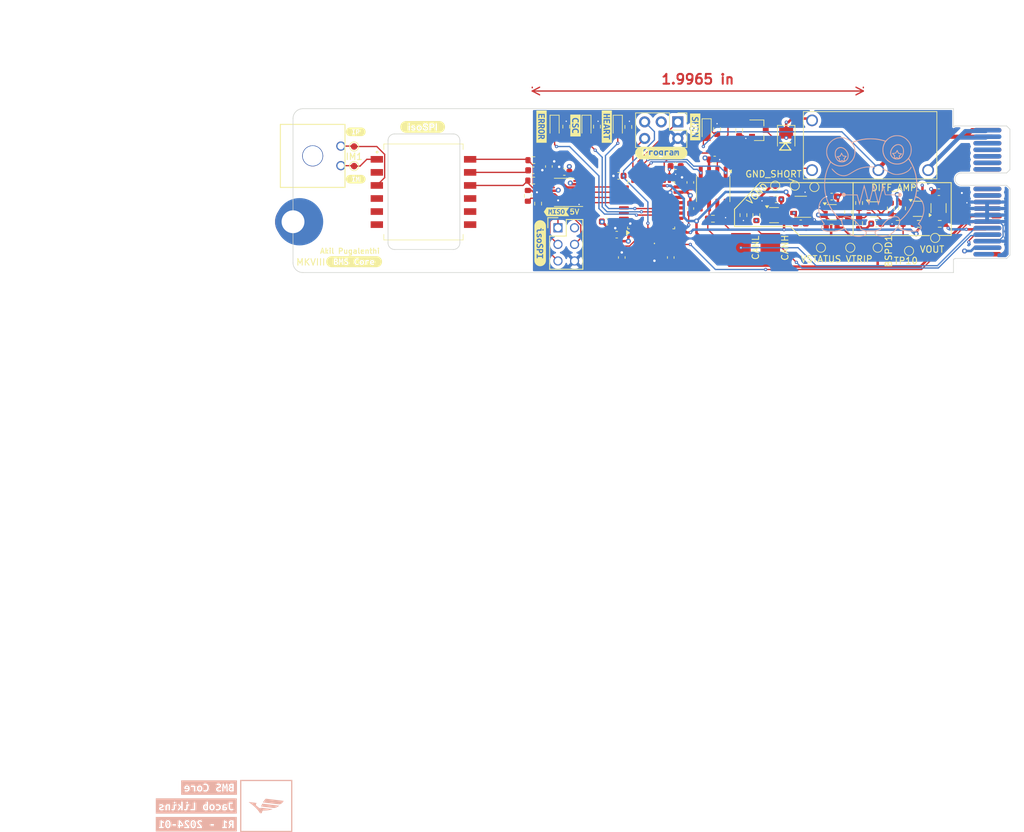
<source format=kicad_pcb>
(kicad_pcb (version 20241229) (generator "pcbnew") (generator_version "9.0")
  (layers (0 "F.Cu" signal) (4 "In1.Cu" power "GND.Cu") (6 "In2.Cu" mixed "PWR.Cu") (2 "B.Cu" signal) (13 "F.Paste" user) (15 "B.Paste" user) (5 "F.SilkS" user "F.Silkscreen") (7 "B.SilkS" user "B.Silkscreen") (1 "F.Mask" user) (3 "B.Mask" user) (25 "Edge.Cuts" user))
  (net 0 "")
  (net 1 "/BSPD_CURRENT_THRESH")
  (net 2 "+5V")
  (net 3 "GND")
  (net 4 "Net-(C7-Pad1)")
  (net 5 "Net-(C8-Pad1)")
  (net 6 "/IM")
  (net 7 "/IP")
  (net 8 "/ISO_MISO")
  (net 9 "/ISO_SCK")
  (net 10 "/ISO_MOSI")
  (net 11 "/ISO_CS")
  (net 12 "Net-(D1-K)")
  (net 13 "/Heartbeat")
  (net 14 "Net-(D2-K)")
  (net 15 "/CSC_Comms")
  (net 16 "Net-(D3-K)")
  (net 17 "/CANH")
  (net 18 "/CANL")
  (net 19 "/Error")
  (net 20 "/FAN_PWM")
  (net 21 "Net-(D5-A)")
  (net 22 "/SHDN_OUT")
  (net 23 "Net-(D6-K)")
  (net 36 "/SHDN_IN")
  (net 43 "Net-(U3-IBIAS)")
  (net 44 "Net-(U3-ICMP)")
  (net 45 "Net-(U3-IM)")
  (net 46 "Net-(U3-IP)")
  (net 47 "Net-(U4-+)")
  (net 48 "Net-(U4--)")
  (net 49 "Net-(U8--)")
  (net 50 "/BMS_RELAY_DRIVE")
  (net 51 "/VOUT_CURRENT_SENSE")
  (net 52 "/BSPD Current Sensor Trigger/VSTATUS")
  (net 53 "Net-(U8-+)")
  (net 54 "/BSPD Current Sensor Trigger/V_GND_THRESHOLD")
  (net 55 "/BSPD Current Sensor Trigger/VTRIP")
  (net 63 "/BSPD Current Sensor Trigger/GND_SHORT")
  (net 64 "/BSPD Current Sensor Trigger/CURRENT_TRIP")
  (net 67 "Net-(U10-PF1-OSC_OUT)")
  (net 68 "Net-(U10-PF0-OSC_IN)")
  (net 69 "+3V3")
  (net 70 "/NRST")
  (net 71 "/SWCLK")
  (net 72 "/SWDIO")
  (net 74 "/CAN_RX")
  (net 75 "/CAN_TX")
  (net 84 "Net-(J5-io_5)")
  (net 85 "unconnected-(U10-(TIM2_CH4{slash}USART1_RX{slash}TIM17_BKIN{slash}GPIO_EXTI10)PA10-Pad20)")
  (footprint "OEM:R_0603" (layer "F.Cu") (at 151.265885 92.565 90)
    (property "Reference" "R23" (hide yes))
    (property "Value" "1KR" (hide yes))
  )
  (footprint "OEM:R_0603" (layer "F.Cu") (at 171.3386 105.29515 90)
    (property "Reference" "R19" (hide yes))
    (property "Value" "R_10K" (hide yes))
  )
  (footprint "Package_TO_SOT_SMD:SOT-353_SC-70-5" (layer "F.Cu") (at 185.19 104.67 90)
    (property "Reference" "U1" (hide yes))
    (property "Value" "MCP6001" (hide yes))
  )
  (footprint "OEM:PCIe_Mount" (layer "F.Cu") (at 86.2988 106.765 90)
    (property "Reference" "H2" (hide yes))
    (property "Value" "CONN_MountingHole" (hide yes))
  )
  (footprint "OEM:LQFP-32_7x7mm_P0.8mm" (layer "F.Cu") (at 141.171 104.24 90)
    (property "Reference" "U10" (hide yes))
    (property "Value" "STM32G441KBT6" (hide yes))
  )
  (footprint "OEM:SOT-23F" (layer "F.Cu") (at 157.6708 92.7472)
    (property "Reference" "Q1" (hide yes))
    (property "Value" "SSM3K333R" (hide yes))
  )
  (footprint "TestPoint:TestPoint_Pad_D1.0mm" (layer "F.Cu") (at 95.671 95.24)
    (property "Reference" "IP1" (hide yes))
    (property "Value" "TP_1mm")
  )
  (footprint "OEM:C_0603_1608Metric" (layer "F.Cu") (at 135.896 108.74)
    (property "Reference" "C18" (hide yes))
    (property "Value" "C_0.1uF_16V" (hide yes))
  )
  (footprint "kibuzzard-63BF4A21" (layer "F.Cu") (at 106.171 92.24)
    (property "Reference" "kibuzzard-63BF4A21" (hide yes))
    (property "Value" "G***" (hide yes))
  )
  (footprint "TestPoint:TestPoint_Pad_D1.0mm" (layer "F.Cu") (at 180.671 111.24)
    (property "Reference" "TP10")
    (property "Value" "TP_1mm" (hide yes))
  )
  (footprint "Package_SO:MSOP-16_3x4mm_P0.5mm" (layer "F.Cu") (at 127.826208 102.2634 180)
    (property "Reference" "U3" (hide yes))
    (property "Value" "LTC6820HMS" (hide yes))
  )
  (footprint "OEM:R_0603" (layer "F.Cu") (at 123.131631 97.3344)
    (property "Reference" "R10" (hide yes))
    (property "Value" "R_60.4" (hide yes))
  )
  (footprint "TestPoint:TestPoint_Pad_D1.0mm" (layer "F.Cu") (at 160.171 101.24)
    (property "Reference" "VGND")
    (property "Value" "V_GND_THRESHOLD" (hide yes))
  )
  (footprint "OEM:C_0603_1608Metric" (layer "F.Cu") (at 136.671 112.24 90)
    (property "Reference" "C15" (hide yes))
    (property "Value" "C_30pF_50V" (hide yes))
  )
  (footprint "OEM:C_0603" (layer "F.Cu") (at 123.106231 98.8838)
    (property "Reference" "C8" (hide yes))
    (property "Value" "C_10nF" (hide yes))
  )
  (footprint "OEM:R_0603" (layer "F.Cu") (at 179.59 104.72 90)
    (property "Reference" "R15" (hide yes))
    (property "Value" "R_10K" (hide yes))
  )
  (footprint "OEM:R_0603" (layer "F.Cu") (at 157.285006 105.7495 90)
    (property "Reference" "R17" (hide yes))
    (property "Value" "R_1M" (hide yes))
  )
  (footprint "OEM:R_0603" (layer "F.Cu") (at 177.8745 104.7296 -90)
    (property "Reference" "R16" (hide yes))
    (property "Value" "R_10K" (hide yes))
  )
  (footprint "OEM:R_0603" (layer "F.Cu") (at 168.821 107.68755 180)
    (property "Reference" "R20" (hide yes))
    (property "Value" "R_576" (hide yes))
  )
  (footprint "OEM:TP_Hook_SMD" (layer "F.Cu") (at 154.921 110.74 90)
    (property "Reference" "CANL")
    (property "Value" "CANL1" (hide yes))
  )
  (footprint "TestPoint:TestPoint_Pad_D1.0mm" (layer "F.Cu") (at 171.671 110.74)
    (property "Reference" "VTRIP")
    (property "Value" "VTRIP" (hide yes))
  )
  (footprint "OEM:R_0603" (layer "F.Cu") (at 128.164759 92.196528 90)
    (property "Reference" "R21" (hide yes))
    (property "Value" "1KR" (hide yes))
  )
  (footprint "OEM:C_0603" (layer "F.Cu") (at 168.821 102.91235 180)
    (property "Reference" "C11" (hide yes))
    (property "Value" "C_0.1uF" (hide yes))
  )
  (footprint "TestPoint:TestPoint_Pad_D1.0mm" (layer "F.Cu") (at 184.671 109.24 180)
    (property "Reference" "VOUT")
    (property "Value" "VOUT" (hide yes))
  )
  (footprint "footprints:Pin_Header_Straight_2x03" (layer "F.Cu") (at 126.896 107.69)
    (property "Reference" "J2" (hide yes))
    (property "Value" "CONN_02x03" (hide yes))
  )
  (footprint "OEM:CHIPLED_0805" (layer "F.Cu") (at 126.381949 92.196528 -90)
    (property "Reference" "D3" (hide yes))
    (property "Value" "LED_RED" (hide yes))
  )
  (footprint "OEM:C_0603_1608Metric" (layer "F.Cu") (at 185.24 102.23 180)
    (property "Reference" "C1" (hide yes))
    (property "Value" "C_0.1uF_16V" (hide yes))
  )
  (footprint "OEM:R_0603" (layer "F.Cu") (at 173.021 106.965 90)
    (property "Reference" "R24" (hide yes))
    (property "Value" "R_10K" (hide yes))
  )
  (footprint "kibuzzard-63B93076" (layer "F.Cu") (at 142.710999 96.24)
    (property "Reference" "kibuzzard-63B93076" (hide yes))
    (property "Value" "G***" (hide yes))
  )
  (footprint "OEM:FA238160000MBC0 (X_16MHz_18pF_SMD - FA-238_16.0000MB-C0)" (layer "F.Cu") (at 140.571 111.94 180)
    (property "Reference" "Y3" (hide yes))
    (property "Value" "X_16MHz_18pF" (hide yes))
  )
  (footprint "kibuzzard-673AE677" (layer "F.Cu") (at 134.3755 92.196528 -90)
    (property "Reference" "kibuzzard-673AE677" (hide yes))
    (property "Value" "G***" (hide yes))
  )
  (footprint "TestPoint:TestPoint_Pad_D1.0mm" (layer "F.Cu") (at 167.171 110.74)
    (property "Reference" "VSTATUS")
    (property "Value" "VSTATUS" (hide yes))
  )
  (footprint "kibuzzard-63BF57C4" (layer "F.Cu") (at 95.671 112.8792)
    (property "Reference" "kibuzzard-63BF57C4" (hide yes))
    (property "Value" "G***" (hide yes))
  )
  (footprint "kibuzzard-63B930AD" (layer "F.Cu") (at 126.671 105.24)
    (property "Reference" "kibuzzard-63B930AD" (hide yes))
    (property "Value" "G***" (hide yes))
  )
  (footprint "OEM:R_0603" (layer "F.Cu") (at 178.9323 107.0845)
    (property "Reference" "R14" (hide yes))
    (property "Value" "R_10K" (hide yes))
  )
  (footprint "kibuzzard-673AE69E" (layer "F.Cu") (at 124.3755 92.196528 -90)
    (property "Reference" "kibuzzard-673AE69E" (hide yes))
    (property "Value" "G***" (hide yes))
  )
  (footprint "TestPoint:TestPoint_Pad_D1.0mm" (layer "F.Cu") (at 175.871 110.74)
    (property "Reference" "BSPD1")
    (property "Value" "BSPD_CURRENT_THRESH" (hide yes))
  )
  (footprint "TestPoint:TestPoint_Pad_D1.0mm" (layer "F.Cu") (at 166.171 101.449132)
    (property "Reference" "TP4" (hide yes))
    (property "Value" "CURRENT_TRIP" (hide yes))
  )
  (footprint "footprints:HM2112ZNLT" (layer "F.Cu") (at 106.2968 102.2018 -90)
    (property "Reference" "T1" (hide yes))
    (property "Value" "HM2112ZNLT" (hide yes))
  )
  (footprint "OEM:R_0603" (layer "F.Cu") (at 123.106231 100.4586 180)
    (property "Reference" "R11" (hide yes))
    (property "Value" "R_60.4" (hide yes))
  )
  (footprint "OEM:C_0603" (layer "F.Cu") (at 125.506831 98.2996 90)
    (property "Reference" "C7" (hide yes))
    (property "Value" "C_10nF" (hide yes))
  )
  (footprint "OEM:C_0603" (layer "F.Cu") (at 160.323006 103.3365 180)
    (property "Reference" "C10" (hide yes))
    (property "Value" "C_0.1uF" (hide yes))
  )
  (footprint "OEM:C_0603_1608Metric" (layer "F.Cu") (at 147.171 104.74 -90)
    (property "Reference" "C20" (hide yes))
    (property "Value" "C_0.1uF_16V" (hide yes))
  )
  (footprint "Package_TO_SOT_SMD:SOT-353_SC-70-5" (layer "F.Cu") (at 159.996 105.7495)
    (property "Reference" "U5" (hide yes))
    (property "Value" "MCP6001" (hide yes))
  )
  (footprint "OEM:R_0603" (layer "F.Cu") (at 132.8755 92.196528 90)
    (property "Reference" "R3" (hide yes))
    (property "Value" "1KR" (hide yes))
  )
  (footprint "OEM:Relay_SPST_OMRON-G5Q-1A4_OEM" (layer "F.Cu") (at 165.8156 98.8584)
    (property "Reference" "K1" (hide yes))
    (property "Value" "Relay_G5Q-1A4-DC5" (hide yes))
  )
  (footprint "kibuzzard-63BB8A3F" (layer "F.Cu") (at 95.921 92.99)
    (property "Reference" "kibuzzard-63BB8A3F" (hide yes))
    (property "Value" "G***" (hide yes))
  )
  (footprint "OEM:C_0603_1608Metric" (layer "F.Cu") (at 150.896 97.24)
    (property "Reference" "C22" (hide yes))
    (property "Value" "C_0.1uF_16V" (hide yes))
  )
  (footprint "kibuzzard-673AE688" (layer "F.Cu") (at 129.5755 92.0237 -90)
    (property "Reference" "kibuzzard-673AE688" (hide yes))
    (property "Value" "G***" (hide yes))
  )
  (footprint "OEM:R_0603" (layer "F.Cu") (at 173.021 103.89 90)
    (property "Reference" "R25" (hide yes))
    (property "Value" "R_10K" (hide yes))
  )
  (footprint "kibuzzard-673AE5D1" (layer "F.Cu") (at 147.921 92.24 -90)
    (property "Reference" "kibuzzard-673AE5D1" (hide yes))
    (property "Value" "G***" (hide yes))
  )
  (footprint "OEM:C_0603_1608Metric" (layer "F.Cu") (at 136.171 99.74 180)
    (property "Reference" "C21" (hide yes))
    (property "Value" "C_0.1uF_16V" (hide yes))
  )
  (footprint "OEM:R_0603" (layer "F.Cu") (at 122.281031 102.7954 90)
    (property "Reference" "R9" (hide yes))
    (property "Value" "R_1K" (hide yes))
  )
  (footprint "OEM:R_0603" (layer "F.Cu") (at 154.6568 92.7472 90)
    (property "Reference" "R7" (hide yes))
    (property "Value" "R_10K" (hide yes))
  )
  (footprint "OEM:SOT-23-5_OEM" (layer "F.Cu") (at 164.085 104.4698 180)
    (property "Reference" "U7" (hide yes))
    (property "Value" "SN74LVC1G32DBVR" (hide yes))
  )
  (footprint "OEM:CHIPLED_0805" (layer "F.Cu") (at 131.256545 92.196528 -90)
    (property "Reference" "D2" (hide yes))
    (property "Value" "LED_GREEN" (hide yes))
  )
  (footprint "Package_TO_SOT_SMD:SOT-353_SC-70-5" (layer "F.Cu") (at 182 104.78)
    (property "Reference" "U4" (hide yes))
    (property "Value" "MCP6001" (hide yes))
  )
  (footprint "OEM:J_PCIe_x1_Key" (layer "F.Cu") (at 192.671 111.74 90)
    (property "Reference" "J5" (hide yes))
    (property "Value" "J_PCIe_x1" (hide yes))
    (fp_line (start 19.65 -4.95) (end 19.65 2.95) (stroke (width 0.1)) (layer "Edge.Cuts"))
    (fp_line (start -0.65 -4.95) (end -0.649999 2.95) (stroke (width 0.1)) (layer "Edge.Cuts"))
    (fp_line (start 12.45 -4.000001) (end 12.449999 2.95) (stroke (width 0.1)) (layer "Edge.Cuts"))
    (fp_line (start 10.55 -4.000001) (end 10.550001 2.95) (stroke (width 0.1)) (layer "Edge.Cuts"))
    (fp_line (start 19.65 2.95) (end 19.149999 3.45) (stroke (width 0.1)) (layer "Edge.Cuts"))
    (fp_line (start 12.449999 2.95) (end 12.95 3.45) (stroke (width 0.1)) (layer "Edge.Cuts"))
    (fp_line (start 10.550001 2.95) (end 10.05 3.45) (stroke (width 0.1)) (layer "Edge.Cuts"))
    (fp_line (start -0.649999 2.95) (end -0.15 3.449999) (stroke (width 0.1)) (layer "Edge.Cuts"))
    (fp_line (start -0.15 3.449999) (end 10.05 3.45) (stroke (width 0.1)) (layer "Edge.Cuts"))
    (fp_line (start 12.95 3.45) (end 19.149999 3.45) (stroke (width 0.1)) (layer "Edge.Cuts"))
    (fp_arc (start 10.55 -4.000001) (mid 11.5 -4.950001) (end 12.45 -4.000001) (stroke (width 0.1)) (layer "Edge.Cuts"))
  )
  (footprint "OEM:C_0603_1608Metric" (layer "F.Cu") (at 134.396 106.74)
    (property "Reference" "C17" (hide yes))
    (property "Value" "C_0.1uF_16V" (hide yes))
  )
  (footprint "OEM:CHIPLED_0805" (layer "F.Cu") (at 136.056019 92.196528 -90)
    (property "Reference" "D1" (hide yes))
    (property "Value" "LED_AMBER" (hide yes))
  )
  (footprint "OEM:R_0603" (layer "F.Cu") (at 123.855831 103.9892 90)
    (property "Reference" "R8" (hide yes))
    (property "Value" "R_1K" (hide yes))
  )
  (footprint "OEM:C_0603_1608Metric" (layer "F.Cu") (at 144.171 112.24 -90)
    (property "Reference" "C14" (hide yes))
    (property "Value" "C_30pF_50V" (hide yes))
  )
  (footprint "TestPoint:TestPoint_Pad_D1.0mm" (layer "F.Cu") (at 163.171 101.24)
    (property "Reference" "GND_SHORT")
    (property "Value" "GND_SHORT" (hide yes))
  )
  (footprint "OEM:C_0603" (layer "F.Cu") (at 181.95 102.54 180)
    (property "Reference" "C9" (hide yes))
    (property "Value" "C_0.1uF" (hide yes))
  )
  (footprint "kibuzzard-63B9305B" (layer "F.Cu") (at 124.171 110.052196 -90)
    (property "Reference" "kibuzzard-63B9305B" (hide yes))
    (property "Value" "G***" (hide yes))
  )
  (footprint "OEM:TP_Hook_SMD" (layer "F.Cu") (at 159.421 110.74 90)
    (property "Reference" "CANH")
    (property "Value" "CANH1" (hide yes))
  )
  (footprint "OEM:C_0603" (layer "F.Cu") (at 175.6523 107.0551)
    (property "Reference" "C13" (hide yes))
    (property "Value" "C_0.1uF" (hide yes))
  )
  (footprint "OEM:R_0603" (layer "F.Cu") (at 155.303806 105.7495 -90)
    (property "Reference" "R18" (hide yes))
    (property "Value" "R_1K" (hide yes))
  )
  (footprint "OEM:J_Programming_Pin_Header_Keyed" (layer "F.Cu") (at 145.250999 91.465 -90)
    (property "Reference" "J4" (hide yes))
    (property "Value" "J_Programming_Pin_Header" (hide yes))
  )
  (footprint "OEM:C_0603_1608Metric" (layer "F.Cu") (at 147.171 100.74 90)
    (property "Reference" "C19" (hide yes))
    (property "Value" "C_0.1uF_16V" (hide yes))
  )
  (footprint "OEM:C_0603" (layer "F.Cu") (at 127.869031 99.1378 180)
    (property "Reference" "C6" (hide yes))
    (property "Value" "C_0.1uF" (hide yes))
  )
  (footprint "OEM:R_0603" (layer "F.Cu") (at 137.671 92.24 90)
    (property "Reference" "R1" (hide yes))
    (property "Value" "1KR" (hide yes))
  )
  (footprint "kibuzzard-63BB8A53" (layer "F.Cu") (at 95.921 100.24)
    (property "Reference" "kibuzzard-63BB8A53" (hide yes))
    (property "Value" "G***" (hide yes))
  )
  (footprint "OEM:R_0603" (layer "F.Cu") (at 182.1516 107.0845 180)
    (property "Reference" "R13" (hide yes))
    (property "Value" "R_10K" (hide yes))
  )
  (footprint "OEM:SOIC-8_3.9x4.9mm_P1.27mm" (layer "F.Cu") (at 150.671 101.74 -90)
    (property "Reference" "U11" (hide yes))
    (property "Value" "MCP2561-E_SN" (hide yes))
  )
  (footprint "footprints:MicroFit_RA_2" (layer "F.Cu") (at 89.3268 96.674 90)
    (property "Reference" "J3" (hide yes))
    (property "Value" "MicroFit_RA_2" (hide yes))
  )
  (footprint "OEM:R_0603_1608Metric" (layer "F.Cu") (at 150.63 106.3 180)
    (property "Reference" "R5" (hide yes))
    (property "Value" "R_120")
  )
  (footprint "OEM:C_0603_1608Metric" (layer "F.Cu") (at 144.921 98.24)
    (property "Reference" "C16" (hide yes))
    (property "Value" "C_0.1uF_16V" (hide yes))
  )
  (footprint "OEM:C_0603" (layer "F.Cu") (at 164.085 107.0162)
    (property "Reference" "C12" (hide yes))
    (property "Value" "C_0.1uF" (hide yes))
  )
  (footprint "OEM:R_0603" (layer "F.Cu") (at 185.3709 107.0845)
    (property "Reference" "R12" (hide yes))
    (property "Value" "R_10K" (hide yes))
  )
  (footprint "Package_TO_SOT_SMD:SOT-353_SC-70-5" (layer "F.Cu") (at 175.446 104.865)
    (property "Reference" "U8" (hide yes))
    (property "Value" "MCP6001" (hide yes))
  )
  (footprint "TestPoint:TestPoint_Pad_D1.0mm" (layer "F.Cu") (at 95.671 98.24)
    (property "Reference" "IM1")
    (property "Value" "TP_1mm")
  )
  (footprint "Package_TO_SOT_SMD:SOT-353_SC-70-5" (layer "F.Cu") (at 168.845999 105.29515)
    (property "Reference" "U6" (hide yes))
    (property "Value" "MCP6001" (hide yes))
  )
  (footprint "OEM:CHIPLED_0805" (layer "F.Cu") (at 149.671 92.74 -90)
    (property "Reference" "D6" (hide yes))
    (property "Value" "LED_BLUE" (hide yes))
  )
  (footprint "OEM:DO-214AA" (layer "F.Cu") (at 161.8532 95.1754 -90)
    (property "Reference" "D5" (hide yes))
    (property "Value" "D_Zener_18V_SMBJ5355B-TP" (hide yes))
  )
  (footprint "Toad:Toad" (layer "B.Cu") (at 175.671 101.365 180)
    (property "Reference" "G***" (hide yes))
    (property "Value" "LOGO" (hide yes))
  )
  (footprint "kibuzzard-673AE955" (layer "B.Cu") (at 71.5 196.25 180)
    (property "Reference" "kibuzzard-673AE955" (hide yes))
    (property "Value" "G***" (hide yes))
  )
  (footprint "kibuzzard-673AE966" (layer "B.Cu") (at 73.45 193.4306 180)
    (property "Reference" "kibuzzard-673AE966" (hide yes))
    (property "Value" "G***" (hide yes))
  )
  (footprint "kibuzzard-673AE93C" (layer "B.Cu") (at 71.5 199.040001 180)
    (property "Reference" "kibuzzard-673AE93C" (hide yes))
    (property "Value" "G***" (hide yes))
  )
  (footprint "OEM:OEM_Logo_8mm" (layer "B.Cu") (at 82.21 196.250001 180)
    (property "Reference" "REF**" (hide yes))
    (property "Value" "OEM_Logo_8mm")
  )
  (gr_line (start 187.131 108.865) (end 185.2039 108.865) (stroke (width 0.15)) (layer "F.SilkS"))
  (gr_line (start 153.941 107.495) (end 162.481 107.495) (stroke (width 0.15)) (layer "F.SilkS"))
  (gr_line (start 187.131 100.775) (end 172.101 100.775) (stroke (width 0.15)) (layer "F.SilkS"))
  (gr_line (start 172.101 101.875) (end 172.101 100.775) (stroke (width 0.15)) (layer "F.SilkS"))
  (gr_line (start 163.171 100.54) (end 162.271 100.1984) (stroke (width 0.15)) (layer "F.SilkS"))
  (gr_line (start 187.131 100.775) (end 187.131 108.865) (stroke (width 0.15)) (layer "F.SilkS"))
  (gr_line (start 163.841 108.8839) (end 172.101 108.8839) (stroke (width 0.15)) (layer "F.SilkS"))
  (gr_line (start 162.481 107.495) (end 163.8699 108.8839) (stroke (width 0.15)) (layer "F.SilkS"))
  (gr_line (start 172.101 100.775) (end 166.2728 100.775) (stroke (width 0.15)) (layer "F.SilkS"))
  (gr_line (start 172.101 101.875) (end 172.101 108.865) (stroke (width 0.15)) (layer "F.SilkS"))
  (gr_line (start 183.8039 108.8839) (end 172.101 108.8839) (stroke (width 0.15)) (layer "F.SilkS"))
  (gr_line (start 166.171 100.7754) (end 157.8292 100.7754) (stroke (width 0.15)) (layer "F.SilkS"))
  (gr_line (start 157.8292 100.7754) (end 153.941 104.8408) (stroke (width 0.15)) (layer "F.SilkS"))
  (gr_line (start 153.941 104.8408) (end 153.941 107.495) (stroke (width 0.15)) (layer "F.SilkS"))
  (gr_arc (start 110.8688 93.3118) (mid 111.575907 93.604693) (end 111.8688 94.3118) (stroke (width 0.1)) (layer "Edge.Cuts"))
  (gr_line (start 86.3148 90.958328) (end 86.3148 113.056672) (stroke (width 0.1)) (layer "Edge.Cuts"))
  (gr_line (start 101.8688 111.0118) (end 110.8688 111.0118) (stroke (width 0.1)) (layer "Edge.Cuts"))
  (gr_line (start 187.476 112.53) (end 187.476 114.545) (stroke (width 0.1)) (layer "Edge.Cuts"))
  (gr_line (start 187.476 92.23) (end 187.476 89.435) (stroke (width 0.1)) (layer "Edge.Cuts"))
  (gr_arc (start 86.3148 90.958328) (mid 86.756894 89.888591) (end 87.825928 89.4448) (stroke (width 0.1)) (layer "Edge.Cuts"))
  (gr_arc (start 87.8388 114.5448) (mid 86.768609 114.116356) (end 86.3148 113.056672) (stroke (width 0.1)) (layer "Edge.Cuts"))
  (gr_line (start 110.8688 93.3118) (end 101.8688 93.3118) (stroke (width 0.1)) (layer "Edge.Cuts"))
  (gr_line (start 187.476 114.545) (end 87.8388 114.545) (stroke (width 0.1)) (layer "Edge.Cuts"))
  (gr_arc (start 101.8688 111.0118) (mid 101.161693 110.718907) (end 100.8688 110.0118) (stroke (width 0.1)) (layer "Edge.Cuts"))
  (gr_arc (start 100.8688 94.3118) (mid 101.161693 93.604693) (end 101.8688 93.3118) (stroke (width 0.1)) (layer "Edge.Cuts"))
  (gr_line (start 87.825928 89.4448) (end 187.476 89.4448) (stroke (width 0.1)) (layer "Edge.Cuts"))
  (gr_line (start 111.8688 110.0118) (end 111.8688 94.3118) (stroke (width 0.1)) (layer "Edge.Cuts"))
  (gr_arc (start 111.8688 110.0118) (mid 111.575907 110.718907) (end 110.8688 111.0118) (stroke (width 0.1)) (layer "Edge.Cuts"))
  (gr_line (start 100.8688 94.3118) (end 100.8688 110.0118) (stroke (width 0.1)) (layer "Edge.Cuts"))
  (gr_line (start 187.476 92.23) (end 187.721 92.09) (stroke (width 0.1)) (layer "Edge.Cuts"))
  (gr_line (start 187.476 112.53) (end 187.721 112.39) (stroke (width 0.1)) (layer "Edge.Cuts"))
  (gr_text "5V" (at 129.421 105.24 0) (layer "F.SilkS") (effects (font (size 0.8 0.8))))
  (gr_text "Akil Pugalenthi" (at 95.0286 111.2536 0) (layer "F.SilkS") (effects (font (size 0.8 0.8))))
  (gr_text "MKVIII" (at 89.0314 112.9554 0) (layer "F.SilkS") (effects (font (size 1 1))))
  (gr_text "DIFF_AMP" (at 174.771 102.14 0) (layer "F.SilkS") (effects (font (size 1 1)) (justify left bottom)))
  (dimension (type aligned) (layer "F.Cu") (pts (xy 122.959 86.74) (xy 173.671 86.74)) (height 0) (format (prefix "") (suffix "") (units 0) (units_format 1) (precision 4)) (style (thickness 0.2) (arrow_length 1.27) (text_position_mode 0) (arrow_direction outward) (extension_height 0.58642) (extension_offset 0.5) (keep_text_aligned yes)) (gr_text "1.9965 in" (at 148.315 84.94 0) (layer "F.Cu") (effects (font (size 1.5 1.5) (thickness 0.3)))))
  (segment (start 148.1147 106.65231) (end 148.1147 108.4739) (width 0.381) (layer "F.Cu") (net 1))
  (segment (start 193.4795 106.0485) (end 194.671 106.0485) (width 0.381) (layer "F.Cu") (net 1))
  (segment (start 148.1147 108.4739) (end 153.1233 113.4825) (width 0.381) (layer "F.Cu") (net 1))
  (segment (start 142.371 100.908) (end 142.371 100.065) (width 0.381) (layer "F.Cu") (net 1))
  (segment (start 190.153732 105.88) (end 182.401232 113.6325) (width 0.381) (layer "F.Cu") (net 1))
  (segment (start 175.867132 113.608632) (end 175.891 113.6325) (width 0.381) (layer "F.Cu") (net 1))
  (segment (start 193.171 105.74) (end 193.4795 106.0485) (width 0.381) (layer "F.Cu") (net 1))
  (segment (start 182.401232 113.6325) (end 175.891 113.6325) (width 0.381) (layer "F.Cu") (net 1))
  (segment (start 161.831 102.205) (end 161.831 102.3658) (width 0.381) (layer "F.Cu") (net 1))
  (segment (start 143.639 101.24) (end 142.703 101.24) (width 0.381) (layer "F.Cu") (net 1))
  (segment (start 159.5164 113.6325) (end 175.891 113.6325) (width 0.381) (layer "F.Cu") (net 1))
  (segment (start 159.3664 113.4825) (end 159.5164 113.6325) (width 0.381) (layer "F.Cu") (net 1))
  (segment (start 161.831 102.3658) (end 162.985 103.5198) (width 0.381) (layer "F.Cu") (net 1))
  (segment (start 142.703 101.24) (end 142.371 100.908) (width 0.381) (layer "F.Cu") (net 1))
  (segment (start 192.426 105.88) (end 190.153732 105.88) (width 0.381) (layer "F.Cu") (net 1))
  (segment (start 175.867132 110.935) (end 175.867132 113.608632) (width 0.381) (layer "F.Cu") (net 1))
  (segment (start 153.1233 113.4825) (end 159.3664 113.4825) (width 0.381) (layer "F.Cu") (net 1))
  (via (at 143.639 101.24) (size 0.5) (drill 0.2) (layers "F.Cu" "B.Cu") (net 1))
  (via (at 161.831 102.205) (size 0.762) (drill 0.381) (layers "F.Cu" "B.Cu") (net 1))
  (via (at 148.1147 106.65231) (size 0.762) (drill 0.381) (layers "F.Cu" "B.Cu") (net 1))
  (segment (start 144.171 101.24) (end 143.639 101.24) (width 0.381) (layer "B.Cu") (net 1))
  (segment (start 146.171 106.06462) (end 146.171 103.24) (width 0.381) (layer "B.Cu") (net 1))
  (segment (start 148.1147 106.65231) (end 146.75869 106.65231) (width 0.381) (layer "B.Cu") (net 1))
  (segment (start 148.1147 106.65231) (end 152.56201 102.205) (width 0.381) (layer "B.Cu") (net 1))
  (segment (start 152.56201 102.205) (end 161.831 102.205) (width 0.381) (layer "B.Cu") (net 1))
  (segment (start 146.75869 106.65231) (end 146.171 106.06462) (width 0.381) (layer "B.Cu") (net 1))
  (segment (start 146.171 103.24) (end 144.171 101.24) (width 0.381) (layer "B.Cu") (net 1))
  (segment (start 182.671 102.4925) (end 182.4185 102.24) (width 0.2) (layer "F.Cu") (net 2))
  (segment (start 176.3963 104.2057) (end 174.5151 102.3245) (width 0.381) (layer "F.Cu") (net 2))
  (segment (start 128.957231 101.0134) (end 129.976208 101.0134) (width 0.381) (layer "F.Cu") (net 2))
  (segment (start 184.26 102.06) (end 184.465 102.265) (width 0.381) (layer "F.Cu") (net 2))
  (segment (start 161.8532 93.9132) (end 161.86 93.92) (width 0.381) (layer "F.Cu") (net 2))
  (segment (start 149.421 96.99) (end 149.701 96.99) (width 0.381) (layer "F.Cu") (net 2))
  (segment (start 161.8532 93.1434) (end 161.8532 91.5432) (width 0.381) (layer "F.Cu") (net 2))
  (segment (start 161.8532 93.1434) (end 161.8532 93.9132) (width 0.381) (layer "F.Cu") (net 2))
  (segment (start 184.05 101.75) (end 184.26 101.96) (width 0.381) (layer "F.Cu") (net 2))
  (segment (start 129.976208 100.5134) (end 129.976208 101.0134) (width 0.381) (layer "F.Cu") (net 2))
  (segment (start 128.644031 99.1378) (end 127.268431 100.5134) (width 0.381) (layer "F.Cu") (net 2))
  (segment (start 169.771 104.68745) (end 169.771 103.82675) (width 0.381) (layer "F.Cu") (net 2))
  (segment (start 173.021 107.79) (end 174.1424 107.79) (width 0.381) (layer "F.Cu") (net 2))
  (segment (start 186.671 107.5596) (end 186.1959 107.0845) (width 0.381) (layer "F.Cu") (net 2))
  (segment (start 149.701 96.99) (end 150.036 97.325) (width 0.381) (layer "F.Cu") (net 2))
  (segment (start 182.95 102.765) (end 182.725 102.54) (width 0.381) (layer "F.Cu") (net 2))
  (segment (start 182.725 101.205) (end 182.725 102.54) (width 0.381) (layer "F.Cu") (net 2))
  (segment (start 169.771 104.68745) (end 171.3365 104.68745) (width 0.381) (layer "F.Cu") (net 2))
  (segment (start 182.4185 102.24) (end 182.396 102.24) (width 0.2) (layer "F.Cu") (net 2))
  (segment (start 184.465 102.265) (end 184.465 103.645) (width 0.381) (layer "F.Cu") (net 2))
  (segment (start 174.8692 107.0632) (end 174.8773 107.0551) (width 0.381) (layer "F.Cu") (net 2))
  (segment (start 150.036 97.325) (end 150.036 99.265) (width 0.381) (layer "F.Cu") (net 2))
  (segment (start 128.739431 98.1912) (end 128.631031 98.2996) (width 0.381) (layer "F.Cu") (net 2))
  (segment (start 161.098006 103.3365) (end 161.098006 104.936) (width 0.381) (layer "F.Cu") (net 2))
  (segment (start 127.268431 100.5134) (end 125.676208 100.5134) (width 0.381) (layer "F.Cu") (net 2))
  (segment (start 162.1834 91.5178) (end 162.7422 90.959) (width 0.381) (layer "F.Cu") (net 2))
  (segment (start 128.644031 98.3126) (end 128.644031 99.1378) (width 0.381) (layer "F.Cu") (net 2))
  (segment (start 161.098006 103.3365) (end 160.897006 103.5375) (width 0.381) (layer "F.Cu") (net 2))
  (segment (start 184.465 103.645) (end 184.54 103.72) (width 0.381) (layer "F.Cu") (net 2))
  (segment (start 161.098006 104.936) (end 160.897006 105.137) (width 0.381) (layer "F.Cu") (net 2))
  (segment (start 186.671 107.74) (end 186.671 107.5596) (width 0.381) (layer "F.Cu") (net 2))
  (segment (start 126.849699 102.0134) (end 125.676208 102.0134) (width 0.381) (layer "F.Cu") (net 2))
  (segment (start 189.4376 107.9262) (end 192.3798 107.9262) (width 0.381) (layer "F.Cu") (net 2))
  (segment (start 192.3798 107.9262) (end 192.426 107.88) (width 0.381) (layer "F.Cu") (net 2))
  (segment (start 128.783431 100.8396) (end 128.957231 101.0134) (width 0.381) (layer "F.Cu") (net 2))
  (segment (start 129.976208 101.5134) (end 128.268431 101.5134) (width 0.381) (layer "F.Cu") (net 2))
  (segment (start 174.1424 107.79) (end 174.8692 107.0632) (width 0.381) (layer "F.Cu") (net 2))
  (segment (start 184.26 101.96) (end 184.26 102.06) (width 0.381) (layer "F.Cu") (net 2))
  (segment (start 163.31 107.0162) (end 163.31 105.7448) (width 0.381) (layer "F.Cu") (net 2))
  (segment (start 169.771 103.82675) (end 169.771 103.08735) (width 0.381) (layer "F.Cu") (net 2))
  (segment (start 169.8034 102.9966) (end 170.4755 102.3245) (width 0.381) (layer "F.Cu") (net 2))
  (segment (start 182.69 101.17) (end 182.725 101.205) (width 0.381) (layer "F.Cu") (net 2))
  (segment (start 182.95 104.13) (end 182.95 102.765) (width 0.381) (layer "F.Cu") (net 2))
  (segment (start 163.31 105.7448) (end 162.985 105.4198) (width 0.381) (layer "F.Cu") (net 2))
  (segment (start 126.940621 101.922478) (end 126.849699 102.0134) (width 0.381) (layer "F.Cu") (net 2))
  (segment (start 161.8786 91.5178) (end 162.1834 91.5178) (width 0.381) (layer "F.Cu") (net 2))
  (segment (start 170.4755 102.3245) (end 174.5151 102.3245) (width 0.381) (layer "F.Cu") (net 2))
  (segment (start 128.268431 101.5134) (end 127.268431 100.5134) (width 0.381) (layer "F.Cu") (net 2))
  (segment (start 182.4185 102.2175) (end 182.396 102.24) (width 0.2) (layer "F.Cu") (net 2))
  (segment (start 162.7422 90.959) (end 165.8156 90.959) (width 0.381) (layer "F.Cu") (net 2))
  (segment (start 128.631031 98.2996) (end 128.644031 98.3126) (width 0.381) (layer "F.Cu") (net 2))
  (via (at 149.421 96.99) (size 0.762) (drill 0.381) (layers "F.Cu" "B.Cu") (net 2))
  (via (at 169.8034 102.9966) (size 0.5) (drill 0.2) (layers "F.Cu" "B.Cu") (net 2))
  (via (at 182.69 101.17) (size 0.5) (drill 0.2) (layers "F.Cu" "B.Cu") (net 2))
  (via (at 174.8692 107.0632) (size 0.5) (drill 0.2) (layers "F.Cu" "B.Cu") (net 2))
  (via (at 184.05 101.75) (size 0.6096) (drill 0.3048) (layers "F.Cu" "B.Cu") (net 2))
  (via (at 189.4376 107.9262) (size 0.5) (drill 0.2) (layers "F.Cu" "B.Cu") (net 2))
  (via (at 128.783431 100.8396) (size 0.762) (drill 0.381) (layers "F.Cu" "B.Cu") (net 2))
  (via (at 161.8786 91.5178) (size 0.5) (drill 0.2) (layers "F.Cu" "B.Cu") (net 2))
  (via (at 157.285006 106.5745) (size 0.5) (drill 0.2) (layers "F.Cu" "B.Cu") (net 2))
  (via (at 161.098006 103.3365) (size 0.5) (drill 0.2) (layers "F.Cu" "B.Cu") (net 2))
  (via (at 186.671 107.74) (size 0.5) (drill 0.2) (layers "F.Cu" "B.Cu") (net 2))
  (via (at 163.0492 105.4198) (size 0.5) (drill 0.2) (layers "F.Cu" "B.Cu") (net 2))
  (via (at 128.631031 98.2996) (size 0.762) (drill 0.381) (layers "F.Cu" "B.Cu") (net 2))
  (via (at 126.940621 101.922478) (size 0.762) (drill 0.381) (layers "F.Cu" "B.Cu") (net 2))
  (via (at 161.86 93.92) (size 0.6096) (drill 0.3048) (layers "F.Cu" "B.Cu") (net 2))
  (segment (start 186.8572 107.9262) (end 186.671 107.74) (width 0.381) (layer "B.Cu") (net 2))
  (segment (start 189.4376 107.9262) (end 186.8572 107.9262) (width 0.381) (layer "B.Cu") (net 2))
  (segment (start 158.148606 105.263599) (end 158.148606 103.8191) (width 0.2) (layer "F.Cu") (net 3))
  (segment (start 123.017631 102.135) (end 123.564331 102.135) (width 0.254) (layer "F.Cu") (net 3))
  (segment (start 152.567446 104.223554) (end 152.576 104.215) (width 0.2) (layer "F.Cu") (net 3))
  (segment (start 174.496001 104.865) (end 174.830598 104.865) (width 0.2) (layer "F.Cu") (net 3))
  (segment (start 189.820248 109.685752) (end 190.766 108.74) (width 0.2) (layer "F.Cu") (net 3))
  (segment (start 139.471 111.14) (end 138.771 111.14) (width 0.2) (layer "F.Cu") (net 3))
  (segment (start 126.319631 97.5122) (end 125.519231 97.5122) (width 0.381) (layer "F.Cu") (net 3))
  (segment (start 154.6568 93.5722) (end 155.2532 93.5722) (width 0.2) (layer "F.Cu") (net 3))
  (segment (start 181.26 102.455) (end 181.175 102.54) (width 0.2) (layer "F.Cu") (net 3))
  (segment (start 128.164759 91.382641) (end 128.0943 91.4531) (width 0.2) (layer "F.Cu") (net 3))
  (segment (start 139.673 111.14) (end 139.471 111.14) (width 0.2) (layer "F.Cu") (net 3))
  (segment (start 130.129631 104.1162) (end 130.232431 104.0134) (width 0.254) (layer "F.Cu") (net 3))
  (segment (start 135.671 107.24) (end 135.171 106.74) (width 0.381) (layer "F.Cu") (net 3))
  (segment (start 130.026831 104.0134) (end 130.129631 104.1162) (width 0.254) (layer "F.Cu") (net 3))
  (segment (start 141.671 112.74) (end 143.896 112.74) (width 0.2) (layer "F.Cu") (net 3))
  (segment (start 133.039355 91.371528) (end 133.0727 91.404873) (width 0.2) (layer "F.Cu") (net 3))
  (segment (start 181.626 104.529) (end 181.375 104.78) (width 0.2) (layer "F.Cu") (net 3))
  (segment (start 144.921 99.49) (end 144.921 99.015) (width 0.2) (layer "F.Cu") (net 3))
  (segment (start 155.2532 93.5722) (end 155.671 93.99) (width 0.2) (layer "F.Cu") (net 3))
  (segment (start 129.976208 104.0134) (end 130.026831 104.0134) (width 0.254) (layer "F.Cu") (net 3))
  (segment (start 125.519231 97.5122) (end 125.506831 97.5246) (width 0.381) (layer "F.Cu") (net 3))
  (segment (start 174.2617 104.8557) (end 174.4963 104.8557) (width 0.2) (layer "F.Cu") (net 3))
  (segment (start 173.746 104.34) (end 174.2617 104.8557) (width 0.2) (layer "F.Cu") (net 3))
  (segment (start 145.896 99.965) (end 147.171 99.965) (width 0.2) (layer "F.Cu") (net 3))
  (segment (start 164.86 107.0162) (end 167.32465 107.0162) (width 0.2) (layer "F.Cu") (net 3))
  (segment (start 178.071 107.0845) (end 177.221 107.0845) (width 0.2) (layer "F.Cu") (net 3))
  (segment (start 122.853031 101.9704) (end 123.017631 102.135) (width 0.254) (layer "F.Cu") (net 3))
  (segment (start 122.281031 101.9704) (end 122.853031 101.9704) (width 0.254) (layer "F.Cu") (net 3))
  (segment (start 167.698254 105.33745) (end 166.9972 104.636396) (width 0.2) (layer "F.Cu") (net 3))
  (segment (start 135.671 107.74) (end 136.671 108.74) (width 0.381) (layer "F.Cu") (net 3))
  (segment (start 141.273 112.74) (end 139.673 111.14) (width 0.2) (layer "F.Cu") (net 3))
  (segment (start 181.626 102.991) (end 181.626 104.529) (width 0.2) (layer "F.Cu") (net 3))
  (segment (start 165.171 102.663901) (end 165.171 102.99) (width 0.2) (layer "F.Cu") (net 3))
  (segment (start 135.671 107.74) (end 135.671 107.24) (width 0.381) (layer "F.Cu") (net 3))
  (segment (start 173.746 103.79) (end 173.746 104.34) (width 0.2) (layer "F.Cu") (net 3))
  (segment (start 123.564331 102.135) (end 123.678031 102.2487) (width 0.254) (layer "F.Cu") (net 3))
  (segment (start 176.4567 107.0845) (end 176.4273 107.0551) (width 0.2) (layer "F.Cu") (net 3))
  (segment (start 126.474469 102.5134) (end 125.676208 102.5134) (width 0.2) (layer "F.Cu") (net 3))
  (segment (start 151.306 99.265) (end 151.306 97.605) (width 0.2) (layer "F.Cu") (net 3))
  (segment (start 156.328 93.99) (end 156.6208 93.6972) (width 0.2) (layer "F.Cu") (net 3))
  (segment (start 151.306 97.605) (end 151.671 97.24) (width 0.2) (layer "F.Cu") (net 3))
  (segment (start 174.271 104.865) (end 174.2617 104.8557) (width 0.2) (layer "F.Cu") (net 3))
  (segment (start 186.015 102.23) (end 186.025 102.24) (width 0.2) (layer "F.Cu") (net 3))
  (segment (start 144.063132 102.298499) (end 144.804633 103.04) (width 0.2) (layer "F.Cu") (net 3))
  (segment (start 166.9972 104.636396) (end 166.9972 104.5206) (width 0.2) (layer "F.Cu") (net 3))
  (segment (start 158.148606 103.5615) (end 159.323006 103.5615) (width 0.2) (layer "F.Cu") (net 3))
  (segment (start 190.766 108.74) (end 193.171 108.74) (width 0.2) (layer "F.Cu") (net 3))
  (segment (start 173.021 103.065) (end 173.746 103.79) (width 0.2) (layer "F.Cu") (net 3))
  (segment (start 127.094031 98.3628) (end 127.081631 98.3504) (width 0.381) (layer "F.Cu") (net 3))
  (segment (start 181.26 101.3) (end 181.26 102.455) (width 0.2) (layer "F.Cu") (net 3))
  (segment (start 158.672007 105.787) (end 158.148606 105.263599) (width 0.2) (layer "F.Cu") (net 3))
  (segment (start 138.446 111.465) (end 136.671 111.465) (width 0.2) (layer "F.Cu") (net 3))
  (segment (start 167.871 105.33745) (end 167.698254 105.33745) (width 0.2) (layer "F.Cu") (net 3))
  (segment (start 135.03042 106.59942) (end 135.171 106.74) (width 0.2) (layer "F.Cu") (net 3))
  (segment (start 130.232431 104.0134) (end 130.378561 104.0134) (width 0.254) (layer "F.Cu") (net 3))
  (segment (start 167.32465 107.0162) (end 167.996 107.68755) (width 0.2) (layer "F.Cu") (net 3))
  (segment (start 125.676208 103.0134) (end 126.867531 103.0134) (width 0.2) (layer "F.Cu") (net 3))
  (segment (start 123.881231 98.8838) (end 124.477662 98.8838) (width 0.381) (layer "F.Cu") (net 3))
  (segment (start 174.963299 104.997701) (end 176.4273 106.461701) (width 0.2) (layer "F.Cu") (net 3))
  (segment (start 159.323006 103.5615) (end 159.548006 103.3365) (width 0.2) (layer "F.Cu") (net 3))
  (segment (start 165.185 103.5198) (end 165.171 103.5058) (width 0.2) (layer "F.Cu") (net 3))
  (segment (start 127.094031 99.1378) (end 127.094031 98.3628) (width 0.381) (layer "F.Cu") (net 3))
  (segment (start 144.063132 102.298499) (end 144.063132 101.972869) (width 0.2) (layer "F.Cu") (net 3))
  (segment (start 133.0727 91.404873) (end 133.0727 91.4917) (width 0.2) (layer "F.Cu") (net 3))
  (segment (start 137.971 107.04) (end 136.996 107.04) (width 0.2) (layer "F.Cu") (net 3))
  (segment (start 174.496001 104.865) (end 174.271 104.865) (width 0.2) (layer "F.Cu") (net 3))
  (segment (start 174.830598 104.865) (end 174.963299 104.997701) (width 0.2) (layer "F.Cu") (net 3))
  (segment (start 165.171 102.99) (end 165.185 103.004) (width 0.2) (layer "F.Cu") (net 3))
  (segment (start 126.921 103.49) (end 126.921 103.066869) (width 0.2) (layer "F.Cu") (net 3))
  (segment (start 126.921 103.49) (end 126.921 102.959931) (width 0.2) (layer "F.Cu") (net 3))
  (segment (start 188.21 102.24) (end 188.64 102.24) (width 0.2) (layer "F.Cu") (net 3))
  (segment (start 181.175 102.54) (end 181.626 102.991) (width 0.2) (layer "F.Cu") (net 3))
  (segment (start 164.747099 102.24) (end 165.171 102.663901) (width 0.2) (layer "F.Cu") (net 3))
  (segment (start 146.921 105.765) (end 147.171 105.515) (width 0.2) (layer "F.Cu") (net 3))
  (segment (start 165.185 103.004) (end 165.185 103.5198) (width 0.2) (layer "F.Cu") (net 3))
  (segment (start 158.997006 105.787) (end 158.672007 105.787) (width 0.2) (layer "F.Cu") (net 3))
  (segment (start 177.221 107.0845) (end 176.4567 107.0845) (width 0.2) (layer "F.Cu") (net 3))
  (segment (start 174.4963 104.8557) (end 174.821299 104.8557) (width 0.2) (layer "F.Cu") (net 3))
  (segment (start 178.0779 107.0551) (end 178.1073 107.0845) (width 0.2) (layer "F.Cu") (net 3))
  (segment (start 186.015 102.23) (end 186.47 102.685) (width 0.2) (layer "F.Cu") (net 3))
  (segment (start 143.896 112.74) (end 144.171 113.015) (width 0.2) (layer "F.Cu") (net 3))
  (segment (start 174.821299 104.8557) (end 174.963299 104.997701) (width 0.2) (layer "F.Cu") (net 3))
  (segment (start 186.47 102.685) (end 186.47 104.015) (width 0.2) (layer "F.Cu") (net 3))
  (segment (start 186.025 102.24) (end 188.21 102.24) (width 0.2) (layer "F.Cu") (net 3))
  (segment (start 166.171 106.49) (end 165.3862 106.49) (width 0.2) (layer "F.Cu") (net 3))
  (segment (start 138.771 111.14) (end 138.446 111.465) (width 0.2) (layer "F.Cu") (net 3))
  (segment (start 188.64 102.24) (end 188.76 102.36) (width 0.2) (layer "F.Cu") (net 3))
  (segment (start 126.921 102.959931) (end 126.474469 102.5134) (width 0.2) (layer "F.Cu") (net 3))
  (segment (start 144.921 99.015) (end 145.696 98.24) (width 0.2) (layer "F.Cu") (net 3))
  (segment (start 178.1073 107.0845) (end 178.071 107.0845) (width 0.2) (layer "F.Cu") (net 3))
  (segment (start 158.148606 103.8191) (end 158.148606 103.5615) (width 0.2) (layer "F.Cu") (net 3))
  (segment (start 165.3862 106.49) (end 164.86 107.0162) (width 0.2) (layer "F.Cu") (net 3))
  (segment (start 181.375 104.78) (end 181.050001 104.78) (width 0.2) (layer "F.Cu") (net 3))
  (segment (start 124.477662 98.8838) (end 124.501331 98.860131) (width 0.381) (layer "F.Cu") (net 3))
  (segment (start 152.567446 106.136446) (end 152.567446 104.223554) (width 0.2) (layer "F.Cu") (net 3))
  (segment (start 141.671 112.74) (end 141.273 112.74) (width 0.2) (layer "F.Cu") (net 3))
  (segment (start 176.4273 106.461701) (end 176.4273 107.0551) (width 0.2) (layer "F.Cu") (net 3))
  (segment (start 186.47 104.015) (end 185.19 105.295) (width 0.2) (layer "F.Cu") (net 3))
  (segment (start 185.19 105.295) (end 185.19 105.619999) (width 0.2) (layer "F.Cu") (net 3))
  (segment (start 189.820248 109.889248) (end 189.820248 109.685752) (width 0.2) (layer "F.Cu") (net 3))
  (segment (start 145.799554 98.343554) (end 145.696 98.24) (width 0.2) (layer "F.Cu") (net 3))
  (segment (start 144.063132 101.972869) (end 144.596001 101.44) (width 0.2) (layer "F.Cu") (net 3))
  (segment (start 146.921 107.24281) (end 146.921 105.765) (width 0.2) (layer "F.Cu") (net 3))
  (segment (start 126.867531 103.0134) (end 126.921 103.066869) (width 0.2) (layer "F.Cu") (net 3))
  (segment (start 144.596001 101.44) (end 145.346 101.44) (width 0.2) (layer "F.Cu") (net 3))
  (segment (start 144.804633 103.04) (end 145.346 103.04) (width 0.2) (layer "F.Cu") (net 3))
  (segment (start 155.671 93.99) (end 156.328 93.99) (width 0.2) (layer "F.Cu") (net 3))
  (segment (start 128.164759 91.371528) (end 128.164759 91.382641) (width 0.2) (layer "F.Cu") (net 3))
  (via (at 164.747099 102.24) (size 0.5) (drill 0.2) (layers "F.Cu" "B.Cu") (net 3))
  (via (at 155.303806 106.5745) (size 0.5) (drill 0.2) (layers "F.Cu" "B.Cu") (net 3))
  (via (at 151.265885 91.74) (size 0.5) (drill 0.2) (layers "F.Cu" "B.Cu") (net 3))
  (via (at 178.071 107.0845) (size 0.5) (drill 0.2) (layers "F.Cu" "B.Cu") (net 3))
  (via (at 126.921 103.49) (size 0.6096) (drill 0.3048) (layers "F.Cu" "B.Cu") (net 3))
  (via (at 128.164759 91.371528) (size 0.5) (drill 0.2) (layers "F.Cu" "B.Cu") (net 3))
  (via (at 145.896 99.965) (size 0.762) (drill 0.381) (layers "F.Cu" "B.Cu") (net 3))
  (via (at 137.838829 91.371528) (size 0.5) (drill 0.2) (layers "F.Cu" "B.Cu") (net 3))
  (via (at 166.9972 104.5206) (size 0.5) (drill 0.2) (layers "F.Cu" "B.Cu") (net 3))
  (via (at 166.171 106.49) (size 0.5) (drill 0.2) (layers "F.Cu" "B.Cu") (net 3))
  (via (at 130.129631 104.1162) (size 0.5) (drill 0.2) (layers "F.Cu" "B.Cu") (net 3))
  (via (at 127.081631 98.3504) (size 0.762) (drill 0.381) (layers "F.Cu" "B.Cu") (net 3))
  (via (at 144.921 99.49) (size 0.5) (drill 0.2) (layers "F.Cu" "B.Cu") (net 3))
  (via (at 151.671 97.24) (size 0.5) (drill 0.2) (layers "F.Cu" "B.Cu") (net 3))
  (via (at 144.063132 102.298499) (size 0.762) (drill 0.381) (layers "F.Cu" "B.Cu") (net 3))
  (via (at 133.039355 91.371528) (size 0.5) (drill 0.2) (layers "F.Cu" "B.Cu") (net 3))
  (via (at 189.820248 109.889248) (size 0.5) (drill 0.2) (layers "F.Cu" "B.Cu") (net 3))
  (via (at 123.678031 102.2487) (size 0.7) (drill 0.3) (layers "F.Cu" "B.Cu") (net 3))
  (via (at 181.26 101.3) (size 0.5) (drill 0.2) (layers "F.Cu" "B.Cu") (net 3))
  (via (at 188.76 102.36) (size 0.6096) (drill 0.3048) (layers "F.Cu" "B.Cu") (net 3))
  (via (at 189.5392 103.8622) (size 0.5) (drill 0.2) (layers "F.Cu" "B.Cu") (net 3))
  (via (at 135.396 99.74) (size 0.762) (drill 0.381) (layers "F.Cu" "B.Cu") (net 3))
  (via (at 141.671 112.74) (size 0.762) (drill 0.381) (layers "F.Cu" "B.Cu") (net 3))
  (via (at 136.671 111.465) (size 0.762) (drill 0.381) (layers "F.Cu" "B.Cu") (net 3))
  (via (at 168.046 102.91235) (size 0.5) (drill 0.2) (layers "F.Cu" "B.Cu") (net 3))
  (via (at 124.501331 98.860131) (size 0.762) (drill 0.381) (layers "F.Cu" "B.Cu") (net 3))
  (via (at 158.148606 103.5615) (size 0.5) (drill 0.2) (layers "F.Cu" "B.Cu") (net 3))
  (via (at 152.567446 106.136446) (size 0.5) (drill 0.2) (layers "F.Cu" "B.Cu") (net 3))
  (via (at 146.921 107.24281) (size 0.5) (drill 0.2) (layers "F.Cu" "B.Cu") (net 3))
  (via (at 135.671 107.74) (size 0.762) (drill 0.381) (layers "F.Cu" "B.Cu") (net 3))
  (via (at 155.671 93.99) (size 0.5) (drill 0.2) (layers "F.Cu" "B.Cu") (net 3))
  (via (at 137.971 107.04) (size 0.762) (drill 0.381) (layers "F.Cu" "B.Cu") (net 3))
  (via (at 126.319631 97.5122) (size 0.762) (drill 0.381) (layers "F.Cu" "B.Cu") (net 3))
  (segment (start 195.072 107.341) (end 194.471 106.74) (width 0.2) (layer "B.Cu") (net 3))
  (segment (start 189.557 103.88) (end 189.5392 103.8622) (width 0.2) (layer "B.Cu") (net 3))
  (segment (start 192.426 106.88) (end 192.426 105.88) (width 0.2) (layer "B.Cu") (net 3))
  (segment (start 194.074528 106.88) (end 192.426 106.88) (width 0.2) (layer "B.Cu") (net 3))
  (segment (start 192.426 105.88) (end 192.426 104.88) (width 0.2) (layer "B.Cu") (net 3))
  (segment (start 192.426 103.88) (end 189.557 103.88) (width 0.2) (layer "B.Cu") (net 3))
  (segment (start 194.471 106.74) (end 192.671 106.74) (width 0.2) (layer "B.Cu") (net 3))
  (segment (start 194.226 109.88) (end 195.072 109.034) (width 0.2) (layer "B.Cu") (net 3))
  (segment (start 192.426 104.88) (end 192.426 103.88) (width 0.2) (layer "B.Cu") (net 3))
  (segment (start 192.426 109.88) (end 194.226 109.88) (width 0.2) (layer "B.Cu") (net 3))
  (segment (start 195.072 109.034) (end 195.072 107.341) (width 0.2) (layer "B.Cu") (net 3))
  (segment (start 125.506831 98.8846) (end 123.956631 97.3344) (width 0.2) (layer "F.Cu") (net 4))
  (segment (start 124.122831 100.4586) (end 125.506831 99.0746) (width 0.2) (layer "F.Cu") (net 4))
  (segment (start 125.506831 99.0746) (end 125.506831 98.8846) (width 0.2) (layer "F.Cu") (net 4))
  (segment (start 123.931231 100.4586) (end 124.122831 100.4586) (width 0.2) (layer "F.Cu") (net 4))
  (segment (start 122.3198 99.2018) (end 113.4418 99.2018) (width 0.2) (layer "F.Cu") (net 5))
  (segment (start 122.331231 98.8838) (end 122.013231 99.2018) (width 0.2) (layer "F.Cu") (net 5))
  (segment (start 95.671 98.24) (end 96.5808 98.24) (width 0.2) (layer "F.Cu") (net 6))
  (segment (start 93.6468 98.174) (end 95.605 98.174) (width 0.2) (layer "F.Cu") (net 6))
  (segment (start 95.605 98.174) (end 95.671 98.24) (width 0.2) (layer "F.Cu") (net 6))
  (segment (start 96.5808 98.24) (end 97.619 97.2018) (width 0.2) (layer "F.Cu") (net 6))
  (segment (start 97.619 97.2018) (end 99.1518 97.2018) (width 0.2) (layer "F.Cu") (net 6))
  (segment (start 99.147 95.24) (end 100.3478 96.4408) (width 0.2) (layer "F.Cu") (net 7))
  (segment (start 100.3478 96.4408) (end 100.3478 100.0058) (width 0.2) (layer "F.Cu") (net 7))
  (segment (start 100.3478 100.0058) (end 99.1518 101.2018) (width 0.2) (layer "F.Cu") (net 7))
  (segment (start 93.6468 95.174) (end 95.605 95.174) (width 0.2) (layer "F.Cu") (net 7))
  (segment (start 95.671 95.24) (end 99.147 95.24) (width 0.2) (layer "F.Cu") (net 7))
  (segment (start 95.605 95.174) (end 95.671 95.24) (width 0.2) (layer "F.Cu") (net 7))
  (segment (start 128.4 104.507388) (end 128.4 103.511) (width 0.2) (layer "F.Cu") (net 8))
  (segment (start 128.4 103.511) (end 128.8976 103.0134) (width 0.2) (layer "F.Cu") (net 8))
  (segment (start 126.896 107.69) (end 126.896 106.011388) (width 0.2) (layer "F.Cu") (net 8))
  (segment (start 128.8976 103.0134) (end 129.976208 103.0134) (width 0.254) (layer "F.Cu") (net 8))
  (segment (start 126.896 106.011388) (end 128.4 104.507388) (width 0.2) (layer "F.Cu") (net 8))
  (segment (start 129.976208 103.0134) (end 130.002808 103.04) (width 0.2) (layer "F.Cu") (net 8))
  (segment (start 130.002808 103.04) (end 136.996 103.04) (width 0.2) (layer "F.Cu") (net 8))
  (segment (start 131.183399 102.24) (end 136.996 102.24) (width 0.2) (layer "F.Cu") (net 9))
  (segment (start 130.909999 102.5134) (end 131.183399 102.24) (width 0.2) (layer "F.Cu") (net 9))
  (segment (start 129.189096 102.6124) (end 129.166096 102.6354) (width 0.2) (layer "F.Cu") (net 9))
  (segment (start 128.022 103.914742) (end 128.023979 103.916721) (width 0.2) (layer "F.Cu") (net 9))
  (segment (start 128.61247 102.6354) (end 128.022 103.22587) (width 0.2) (layer "F.Cu") (net 9))
  (segment (start 128.023979 104.387021) (end 128.023979 103.916721) (width 0.2) (layer "F.Cu") (net 9))
  (segment (start 125.671 109.005) (end 126.896 110.23) (width 0.2) (layer "F.Cu") (net 9))
  (segment (start 125.671 106.74) (end 125.671 109.005) (width 0.2) (layer "F.Cu") (net 9))
  (segment (start 129.976208 102.5134) (end 130.909999 102.5134) (width 0.2) (layer "F.Cu") (net 9))
  (segment (start 129.976208 102.5134) (end 129.8976 102.5134) (width 0.2) (layer "F.Cu") (net 9))
  (segment (start 128.023979 103.916721) (end 128.022 103.916721) (width 0.2) (layer "F.Cu") (net 9))
  (segment (start 128.022 103.22587) (end 128.022 103.914742) (width 0.2) (layer "F.Cu") (net 9))
  (segment (start 129.166096 102.6354) (end 128.61247 102.6354) (width 0.2) (layer "F.Cu") (net 9))
  (segment (start 125.671 106.74) (end 128.023979 104.387021) (width 0.2) (layer "F.Cu") (net 9))
  (segment (start 129.7986 102.6124) (end 129.189096 102.6124) (width 0.2) (layer "F.Cu") (net 9))
  (segment (start 129.8976 102.5134) (end 129.7986 102.6124) (width 0.2) (layer "F.Cu") (net 9))
  (segment (start 130.387 107.296082) (end 130.387 109.279) (width 0.2) (layer "F.Cu") (net 10))
  (segment (start 130.387 109.279) (end 129.436 110.23) (width 0.2) (layer "F.Cu") (net 10))
  (segment (start 129.000208 103.764401) (end 129.000208 105.90929) (width 0.2) (layer "F.Cu") (net 10))
  (segment (start 130.665854 103.5134) (end 129.976208 103.5134) (width 0.2) (layer "F.Cu") (net 10))
  (segment (start 129.976208 103.5134) (end 130.701207 103.5134) (width 0.2) (layer "F.Cu") (net 10))
  (segment (start 129.251209 103.5134) (end 129.976208 103.5134) (width 0.2) (layer "F.Cu") (net 10))
  (segment (start 129.000208 105.90929) (end 130.387 107.296082) (width 0.2) (layer "F.Cu") (net 10))
  (segment (start 129.000208 103.764401) (end 129.251209 103.5134) (width 0.2) (layer "F.Cu") (net 10))
  (segment (start 130.701207 103.5134) (end 131.027807 103.84) (width 0.2) (layer "F.Cu") (net 10))
  (segment (start 131.027807 103.84) (end 136.996 103.84) (width 0.2) (layer "F.Cu") (net 10))
  (segment (start 130.911631 102.0134) (end 131.485031 101.44) (width 0.2) (layer "F.Cu") (net 11))
  (segment (start 131.485031 101.44) (end 136.996 101.44) (width 0.2) (layer "F.Cu") (net 11))
  (segment (start 125.32 111.193999) (end 126.896 112.769999) (width 0.2) (layer "F.Cu") (net 11))
  (segment (start 127.671 104.064091) (end 125.32 106.415091) (width 0.2) (layer "F.Cu") (net 11))
  (segment (start 125.32 106.415091) (end 125.32 111.193999) (width 0.2) (layer "F.Cu") (net 11))
  (segment (start 128.3976 102.0134) (end 127.671 102.74) (width 0.2) (layer "F.Cu") (net 11))
  (segment (start 127.671 102.74) (end 127.671 104.064091) (width 0.2) (layer "F.Cu") (net 11))
  (segment (start 129.976208 102.0134) (end 130.911631 102.0134) (width 0.2) (layer "F.Cu") (net 11))
  (segment (start 129.976208 102.0134) (end 128.3976 102.0134) (width 0.2) (layer "F.Cu") (net 11))
  (segment (start 135.8921 91.3129) (end 137.6955 93.1163) (width 0.2) (layer "F.Cu") (net 12))
  (segment (start 136.1207 93.311209) (end 136.056019 93.246528) (width 0.2) (layer "F.Cu") (net 13))
  (segment (start 145.246 104.74) (end 145.346 104.64) (width 0.2) (layer "F.Cu") (net 13))
  (segment (start 138.671 104.74) (end 145.246 104.74) (width 0.2) (layer "F.Cu") (net 13))
  (segment (start 136.056019 94.74) (end 136.056019 93.246528) (width 0.2) (layer "F.Cu") (net 13))
  (via (at 138.671 104.74) (size 0.5) (drill 0.2) (layers "F.Cu" "B.Cu") (net 13))
  (via (at 136.056019 94.74) (size 0.5) (drill 0.2) (layers "F.Cu" "B.Cu") (net 13))
  (segment (start 134.171 96.625019) (end 134.171 104.24) (width 0.2) (layer "B.Cu") (net 13))
  (segment (start 134.171 104.24) (end 134.671 104.74) (width 0.2) (layer "B.Cu") (net 13))
  (segment (start 136.056019 94.74) (end 134.171 96.625019) (width 0.2) (layer "B.Cu") (net 13))
  (segment (start 134.671 104.74) (end 138.671 104.74) (width 0.2) (layer "B.Cu") (net 13))
  (segment (start 131.2693 91.3383) (end 133.0727 93.1417) (width 0.2) (layer "F.Cu") (net 14))
  (segment (start 131.2693 91.2667) (end 131.2693 91.3383) (width 0.2) (layer "F.Cu") (net 14))
  (segment (start 131.256545 94.467145) (end 131.256545 93.246528) (width 0.2) (layer "F.Cu") (net 15))
  (segment (start 145.146 105.24) (end 145.346 105.44) (width 0.2) (layer "F.Cu") (net 15))
  (segment (start 139.671 105.24) (end 145.146 105.24) (width 0.2) (layer "F.Cu") (net 15))
  (segment (start 132.6002 95.8108) (end 131.256545 94.467145) (width 0.2) (layer "F.Cu") (net 15))
  (via (at 132.6002 95.8108) (size 0.5) (drill 0.2) (layers "F.Cu" "B.Cu") (net 15))
  (via (at 139.671 105.24) (size 0.5) (drill 0.2) (layers "F.Cu" "B.Cu") (net 15))
  (segment (start 133.671 104.490001) (end 134.170999 104.99) (width 0.2) (layer "B.Cu") (net 15))
  (segment (start 133.671 96.8816) (end 133.671 104.490001) (width 0.2) (layer "B.Cu") (net 15))
  (segment (start 134.170999 104.99) (end 134.421 105.24) (width 0.2) (layer "B.Cu") (net 15))
  (segment (start 132.6002 95.8108) (end 133.671 96.8816) (width 0.2) (layer "B.Cu") (net 15))
  (segment (start 134.421 105.24) (end 139.671 105.24) (width 0.2) (layer "B.Cu") (net 15))
  (segment (start 126.2909 91.2997) (end 128.0943 93.1031) (width 0.2) (layer "F.Cu") (net 16))
  (segment (start 126.2909 91.2281) (end 126.2909 91.2997) (width 0.2) (layer "F.Cu") (net 16))
  (segment (start 151.496 104.405) (end 151.306 104.215) (width 0.2) (layer "F.Cu") (net 17))
  (segment (start 161.171 110.74) (end 159.421 110.74) (width 0.2) (layer "F.Cu") (net 17))
  (segment (start 153.246 107.99) (end 151.496 106.24) (width 0.2) (layer "F.Cu") (net 17))
  (segment (start 159.421 109.99) (end 157.421 107.99) (width 0.2) (layer "F.Cu") (net 17))
  (segment (start 163.421 112.99) (end 161.171 110.74) (width 0.2) (layer "F.Cu") (net 17))
  (segment (start 159.421 110.74) (end 159.421 109.99) (width 0.2) (layer "F.Cu") (net 17))
  (segment (start 157.421 107.99) (end 153.246 107.99) (width 0.2) (layer "F.Cu") (net 17))
  (segment (start 151.306 104.78) (end 151.306 104.215) (width 0.2) (layer "F.Cu") (net 17))
  (segment (start 151.496 106.24) (end 151.496 104.405) (width 0.2) (layer "F.Cu") (net 17))
  (via (at 163.421 112.99) (size 0.5) (drill 0.2) (layers "F.Cu" "B.Cu") (net 17))
  (segment (start 185.157988 113.8444) (end 190.122388 108.88) (width 0.2) (layer "B.Cu") (net 17))
  (segment (start 163.421 112.99) (end 164.2754 113.8444) (width 0.2) (layer "B.Cu") (net 17))
  (segment (start 164.2754 113.8444) (end 185.157988 113.8444) (width 0.2) (layer "B.Cu") (net 17))
  (segment (start 190.122388 108.88) (end 192.426 108.88) (width 0.2) (layer "B.Cu") (net 17))
  (segment (start 149.846 107.915) (end 149.846 106.24) (width 0.2) (layer "F.Cu") (net 18))
  (segment (start 154.921 110.74) (end 152.671 110.74) (width 0.2) (layer "F.Cu") (net 18))
  (segment (start 152.671 110.74) (end 149.846 107.915) (width 0.2) (layer "F.Cu") (net 18))
  (segment (start 149.846 106.24) (end 149.846 106.065) (width 0.2) (layer "F.Cu") (net 18))
  (segment (start 150.036 105.875) (end 150.036 104.215) (width 0.2) (layer "F.Cu") (net 18))
  (segment (start 149.846 106.065) (end 150.036 105.875) (width 0.2) (layer "F.Cu") (net 18))
  (via (at 154.921 110.74) (size 0.5) (drill 0.2) (layers "F.Cu" "B.Cu") (net 18))
  (segment (start 185.0126 113.4934) (end 190.626 107.88) (width 0.2) (layer "B.Cu") (net 18))
  (segment (start 154.921 110.74) (end 163.671 110.74) (width 0.2) (layer "B.Cu") (net 18))
  (segment (start 163.671 110.74) (end 166.4244 113.4934) (width 0.2) (layer "B.Cu") (net 18))
  (segment (start 166.4244 113.4934) (end 185.0126 113.4934) (width 0.2) (layer "B.Cu") (net 18))
  (segment (start 190.626 107.88) (end 192.426 107.88) (width 0.2) (layer "B.Cu") (net 18))
  (segment (start 144.561792 105.941) (end 145.047 105.941) (width 0.2) (layer "F.Cu") (net 19))
  (segment (start 126.671 95.24) (end 126.381949 94.950949) (width 0.2) (layer "F.Cu") (net 19))
  (segment (start 139.878521 105.741) (end 139.879521 105.74) (width 0.2) (layer "F.Cu") (net 19))
  (segment (start 145.047 105.941) (end 145.346 106.24) (width 0.2) (layer "F.Cu") (net 19))
  (segment (start 126.3255 93.302977) (end 126.381949 93.246528) (width 0.2) (layer "F.Cu") (net 19))
  (segment (start 139.462479 105.74) (end 139.463479 105.741) (width 0.2) (layer "F.Cu") (net 19))
  (segment (start 139.463479 105.741) (end 139.878521 105.741) (width 0.2) (layer "F.Cu") (net 19))
  (segment (start 144.360792 105.74) (end 144.561792 105.941) (width 0.2) (layer "F.Cu") (net 19))
  (segment (start 139.879521 105.74) (end 144.360792 105.74) (width 0.2) (layer "F.Cu") (net 19))
  (segment (start 138.921 105.74) (end 139.462479 105.74) (width 0.2) (layer "F.Cu") (net 19))
  (segment (start 126.381949 94.950949) (end 126.381949 93.246528) (width 0.2) (layer "F.Cu") (net 19))
  (via (at 138.921 105.74) (size 0.5) (drill 0.2) (layers "F.Cu" "B.Cu") (net 19))
  (via (at 126.671 95.24) (size 0.5) (drill 0.2) (layers "F.Cu" "B.Cu") (net 19))
  (segment (start 134.022 105.591) (end 138.772 105.591) (width 0.2) (layer "B.Cu") (net 19))
  (segment (start 128.671 95.24) (end 133.171 99.74) (width 0.2) (layer "B.Cu") (net 19))
  (segment (start 133.171 99.74) (end 133.171 104.74) (width 0.2) (layer "B.Cu") (net 19))
  (segment (start 138.772 105.591) (end 138.921 105.74) (width 0.2) (layer "B.Cu") (net 19))
  (segment (start 133.171 104.74) (end 134.022 105.591) (width 0.2) (layer "B.Cu") (net 19))
  (segment (start 126.671 95.24) (end 128.671 95.24) (width 0.2) (layer "B.Cu") (net 19))
  (segment (start 141.571 109.164999) (end 141.571 108.415) (width 0.2) (layer "F.Cu") (net 20))
  (segment (start 158.7036 114.073) (end 182.583693 114.073) (width 0.2) (layer "F.Cu") (net 20))
  (segment (start 182.583693 114.073) (end 189.776693 106.88) (width 0.2) (layer "F.Cu") (net 20))
  (segment (start 147.171 110.24) (end 142.646001 110.24) (width 0.2) (layer "F.Cu") (net 20))
  (segment (start 142.646001 110.24) (end 141.571 109.164999) (width 0.2) (layer "F.Cu") (net 20))
  (segment (start 189.776693 106.88) (end 192.426 106.88) (width 0.2) (layer "F.Cu") (net 20))
  (via (at 158.7036 114.073) (size 0.5) (drill 0.2) (layers "F.Cu" "B.Cu") (net 20))
  (via (at 147.171 110.24) (size 0.5) (drill 0.2) (layers "F.Cu" "B.Cu") (net 20))
  (segment (start 151.004 114.073) (end 158.7036 114.073) (width 0.2) (layer "B.Cu") (net 20))
  (segment (start 147.171 110.24) (end 151.004 114.073) (width 0.2) (layer "B.Cu") (net 20))
  (segment (start 161.8532 95.8796) (end 158.7208 92.7472) (width 0.2) (layer "F.Cu") (net 21))
  (segment (start 163.2248 98.579) (end 161.8532 97.2074) (width 0.2) (layer "F.Cu") (net 21))
  (segment (start 165.8156 98.579) (end 163.2248 98.579) (width 0.2) (layer "F.Cu") (net 21))
  (segment (start 161.8532 97.2074) (end 161.8532 95.8796) (width 0.2) (layer "F.Cu") (net 21))
  (segment (start 192.121 93.74) (end 188.671 93.74) (width 0.635) (layer "F.Cu") (net 22))
  (segment (start 189.3236 93.74) (end 190.3236 92.74) (width 0.635) (layer "F.Cu") (net 22))
  (segment (start 188.671 93.74) (end 189.3236 93.74) (width 0.635) (layer "F.Cu") (net 22))
  (segment (start 149.171 95.24) (end 149.171 94.29) (width 0.2) (layer "F.Cu") (net 22))
  (segment (start 189.671 93.74) (end 180.8146 93.74) (width 0.635) (layer "F.Cu") (net 22))
  (segment (start 180.8146 93.74) (end 175.9756 98.579) (width 0.635) (layer "F.Cu") (net 22))
  (segment (start 190.3236 92.74) (end 192.286 92.74) (width 0.635) (layer "F.Cu") (net 22))
  (segment (start 149.171 94.29) (end 149.671 93.79) (width 0.2) (layer "F.Cu") (net 22))
  (via (at 149.171 95.24) (size 0.5) (drill 0.2) (layers "F.Cu" "B.Cu") (net 22))
  (segment (start 151.315879 92.99) (end 149.171 95.134879) (width 0.2) (layer "B.Cu") (net 22))
  (segment (start 149.171 95.134879) (end 149.171 95.24) (width 0.2) (layer "B.Cu") (net 22))
  (segment (start 170.3866 92.99) (end 151.315879 92.99) (width 0.2) (layer "B.Cu") (net 22))
  (segment (start 175.9756 98.579) (end 170.3866 92.99) (width 0.2) (layer "B.Cu") (net 22))
  (segment (start 149.382285 91.843172) (end 151.185685 93.646572) (width 0.2) (layer "F.Cu") (net 23))
  (segment (start 189.2946 92.88) (end 188.2946 93.88) (width 0.635) (layer "B.Cu") (net 36))
  (segment (start 188.2946 93.88) (end 183.5956 98.579) (width 0.635) (layer "B.Cu") (net 36))
  (segment (start 192.426 92.88) (end 189.2946 92.88) (width 0.635) (layer "B.Cu") (net 36))
  (segment (start 192.426 93.88) (end 188.2946 93.88) (width 0.635) (layer "B.Cu") (net 36))
  (segment (start 125.676208 104.0134) (end 124.656631 104.0134) (width 0.2) (layer "F.Cu") (net 43))
  (segment (start 124.656631 104.0134) (end 123.855831 104.8142) (width 0.2) (layer "F.Cu") (net 43))
  (segment (start 124.224631 103.1642) (end 124.573831 103.5134) (width 0.2) (layer "F.Cu") (net 44))
  (segment (start 123.855831 103.1642) (end 122.737231 103.1642) (width 0.2) (layer "F.Cu") (net 44))
  (segment (start 123.855831 103.1642) (end 124.224631 103.1642) (width 0.2) (layer "F.Cu") (net 44))
  (segment (start 124.573831 103.5134) (end 125.676208 103.5134) (width 0.2) (layer "F.Cu") (net 44))
  (segment (start 122.737231 103.1642) (end 122.281031 103.6204) (width 0.2) (layer "F.Cu") (net 44))
  (segment (start 123.474831 101.2968) (end 123.093831 100.9158) (width 0.2) (layer "F.Cu") (net 45))
  (segment (start 123.093831 100.9158) (end 123.093831 98.1216) (width 0.2) (layer "F.Cu") (net 45))
  (segment (start 124.647231 101.0134) (end 124.363831 101.2968) (width 0.2) (layer "F.Cu") (net 45))
  (segment (start 125.676208 101.0134) (end 124.647231 101.0134) (width 0.2) (layer "F.Cu") (net 45))
  (segment (start 122.306631 97.3344) (end 122.174031 97.2018) (width 0.2) (layer "F.Cu") (net 45))
  (segment (start 123.093831 98.1216) (end 122.306631 97.3344) (width 0.2) (layer "F.Cu") (net 45))
  (segment (start 122.4806 97.2018) (end 113.4418 97.2018) (width 0.2) (layer "F.Cu") (net 45))
  (segment (start 124.363831 101.2968) (end 123.474831 101.2968) (width 0.2) (layer "F.Cu") (net 45))
  (segment (start 122.281231 100.8144) (end 122.281231 100.4586) (width 0.2) (layer "F.Cu") (net 46))
  (segment (start 113.4418 101.2018) (end 121.538031 101.2018) (width 0.2) (layer "F.Cu") (net 46))
  (segment (start 124.5352 101.6492) (end 123.116031 101.6492) (width 0.2) (layer "F.Cu") (net 46))
  (segment (start 122.281231 100.4586) (end 121.538031 101.2018) (width 0.2) (layer "F.Cu") (net 46))
  (segment (start 124.671 101.5134) (end 124.5352 101.6492) (width 0.2) (layer "F.Cu") (net 46))
  (segment (start 125.676208 101.5134) (end 124.671 101.5134) (width 0.2) (layer "F.Cu") (net 46))
  (segment (start 123.116031 101.6492) (end 122.281231 100.8144) (width 0.2) (layer "F.Cu") (net 46))
  (segment (start 182.89 106.3595) (end 182.0516 106.3595) (width 0.2) (layer "F.Cu") (net 47))
  (segment (start 180.5748 111.24) (end 180.671 111.24) (width 0.2) (layer "F.Cu") (net 47))
  (segment (start 183.56 105.1) (end 183.56 105.91) (width 0.2) (layer "F.Cu") (net 47))
  (segment (start 183.41 104.95) (end 183.56 105.1) (width 0.2) (layer "F.Cu") (net 47))
  (segment (start 182.31 105.42) (end 182.31 105.18) (width 0.2) (layer "F.Cu") (net 47))
  (segment (start 181.05 105.43) (end 182.3 105.43) (width 0.2) (layer "F.Cu") (net 47))
  (segment (start 182.0516 106.3595) (end 181.3266 107.0845) (width 0.2) (layer "F.Cu") (net 47))
  (segment (start 179.7573 107.0845) (end 179.7573 110.4225) (width 0.2) (layer "F.Cu") (net 47))
  (segment (start 183.56 105.91) (end 183.1105 106.3595) (width 0.2) (layer "F.Cu") (net 47))
  (segment (start 182.54 104.95) (end 183.41 104.95) (width 0.2) (layer "F.Cu") (net 47))
  (segment (start 182.31 105.18) (end 182.54 104.95) (width 0.2) (layer "F.Cu") (net 47))
  (segment (start 179.7573 107.0845) (end 181.3266 107.0845) (width 0.2) (layer "F.Cu") (net 47))
  (segment (start 183.1105 106.3595) (end 182.89 106.3595) (width 0.2) (layer "F.Cu") (net 47))
  (segment (start 182.3 105.43) (end 182.31 105.42) (width 0.2) (layer "F.Cu") (net 47))
  (segment (start 179.7573 110.4225) (end 180.5748 111.24) (width 0.2) (layer "F.Cu") (net 47))
  (segment (start 182.43 105.95) (end 182.95 105.43) (width 0.2) (layer "F.Cu") (net 48))
  (segment (start 177.8745 105.5546) (end 179.9705 105.5546) (width 0.2) (layer "F.Cu") (net 48))
  (segment (start 180.3659 105.95) (end 182.43 105.95) (width 0.2) (layer "F.Cu") (net 48))
  (segment (start 179.9705 105.5546) (end 180.3659 105.95) (width 0.2) (layer "F.Cu") (net 48))
  (segment (start 176.3963 105.5057) (end 176.6915 105.2105) (width 0.2) (layer "F.Cu") (net 49))
  (segment (start 177.8745 104.0275) (end 177.8745 103.9046) (width 0.2) (layer "F.Cu") (net 49))
  (segment (start 176.1383 105.2477) (end 175.0963 104.2057) (width 0.2) (layer "F.Cu") (net 49))
  (segment (start 176.396 105.515) (end 176.396 105.5054) (width 0.2) (layer "F.Cu") (net 49))
  (segment (start 174.496 104.215) (end 175.087 104.215) (width 0.2) (layer "F.Cu") (net 49))
  (segment (start 175.0963 104.2057) (end 174.4963 104.2057) (width 0.2) (layer "F.Cu") (net 49))
  (segment (start 175.087 104.215) (end 175.0963 104.2057) (width 0.2) (layer "F.Cu") (net 49))
  (segment (start 176.3963 105.5057) (end 176.1383 105.2477) (width 0.2) (layer "F.Cu") (net 49))
  (segment (start 176.6915 105.2105) (end 177.8745 104.0275) (width 0.2) (layer "F.Cu") (net 49))
  (segment (start 176.396 105.5054) (end 176.1383 105.2477) (width 0.2) (layer "F.Cu") (net 49))
  (segment (start 176.6915 105.2195) (end 176.6915 105.2105) (width 0.2) (layer "F.Cu") (net 49))
  (segment (start 176.396 105.515) (end 176.6915 105.2195) (width 0.2) (layer "F.Cu") (net 49))
  (segment (start 143.171 97.74) (end 143.171 100.065) (width 0.2) (layer "F.Cu") (net 50))
  (segment (start 150.171 96.24) (end 144.671 96.24) (width 0.2) (layer "F.Cu") (net 50))
  (segment (start 144.671 96.24) (end 143.171 97.74) (width 0.2) (layer "F.Cu") (net 50))
  (segment (start 154.6568 91.8582) (end 156.5598 91.8582) (width 0.2) (layer "F.Cu") (net 50))
  (segment (start 152.9378 93.4732) (end 150.171 96.24) (width 0.2) (layer "F.Cu") (net 50))
  (segment (start 152.9378 92.0766) (end 152.9378 93.4732) (width 0.2) (layer "F.Cu") (net 50))
  (segment (start 153.1562 91.8582) (end 152.9378 92.0766) (width 0.2) (layer "F.Cu") (net 50))
  (segment (start 153.8186 91.8582) (end 153.1562 91.8582) (width 0.2) (layer "F.Cu") (net 50))
  (segment (start 154.6568 91.8582) (end 153.8186 91.8582) (width 0.2) (layer "F.Cu") (net 50))
  (segment (start 161.523 107.062994) (end 160.897006 106.437) (width 0.381) (layer "F.Cu") (net 51))
  (segment (start 184.54 105.02) (end 185.84 103.72) (width 0.381) (layer "F.Cu") (net 51))
  (segment (start 145.346 107.156) (end 146.6 108.41) (width 0.381) (layer "F.Cu") (net 51))
  (segment (start 161.523 107.977) (end 161.523 107.062994) (width 0.381) (layer "F.Cu") (net 51))
  (segment (start 145.346 107.04) (end 145.346 107.156) (width 0.381) (layer "F.Cu") (net 51))
  (segment (start 146.6 108.41) (end 147.19 108.41) (width 0.381) (layer "F.Cu") (net 51))
  (segment (start 184.671 109.051) (end 184.671 109.24) (width 0.381) (layer "F.Cu") (net 51))
  (segment (start 181.7607 108.3004) (end 182.9766 107.0845) (width 0.381) (layer "F.Cu") (net 51))
  (segment (start 184.54 105.62) (end 184.54 107.0786) (width 0.381) (layer "F.Cu") (net 51))
  (segment (start 184.54 107.0786) (end 184.5459 107.0845) (width 0.381) (layer "F.Cu") (net 51))
  (segment (start 184.5459 109.1149) (end 184.671 109.24) (width 0.381) (layer "F.Cu") (net 51))
  (segment (start 184.5459 107.0845) (end 184.5459 109.1149) (width 0.381) (layer "F.Cu") (net 51))
  (segment (start 184.54 105.62) (end 184.54 105.02) (width 0.381) (layer "F.Cu") (net 51))
  (segment (start 182.9766 107.0845) (end 184.5459 107.0845) (width 0.381) (layer "F.Cu") (net 51))
  (via (at 181.7607 108.6045) (size 0.762) (drill 0.381) (layers "F.Cu" "B.Cu") (net 51))
  (via (at 161.523 107.977) (size 0.5) (drill 0.2) (layers "F.Cu" "B.Cu") (net 51))
  (via (at 147.19 108.41) (size 0.5) (drill 0.2) (layers "F.Cu" "B.Cu") (net 51))
  (segment (start 181.3858 108.485) (end 180.8778 107.977) (width 0.381) (layer "B.Cu") (net 51))
  (segment (start 163.5804 107.977) (end 161.523 107.977) (width 0.381) (layer "B.Cu") (net 51))
  (segment (start 164.871 107.977) (end 163.5804 107.977) (width 0.381) (layer "B.Cu") (net 51))
  (segment (start 180.8778 107.977) (end 164.921 107.977) (width 0.381) (layer "B.Cu") (net 51))
  (segment (start 147.19 108.41) (end 147.623 107.977) (width 0.381) (layer "B.Cu") (net 51))
  (segment (start 147.623 107.977) (end 161.523 107.977) (width 0.381) (layer "B.Cu") (net 51))
  (segment (start 164.921 107.977) (end 164.871 107.977) (width 0.381) (layer "B.Cu") (net 51))
  (segment (start 178.86 103.165) (end 179.5996 103.9046) (width 0.381) (layer "F.Cu") (net 52))
  (segment (start 179.59 103.895) (end 179.8121 104.1171) (width 0.381) (layer "F.Cu") (net 52))
  (segment (start 180.815 103.895) (end 181.05 104.13) (width 0.381) (layer "F.Cu") (net 52))
  (segment (start 167.06705 105.98745) (end 167.871 105.98745) (width 0.381) (layer "F.Cu") (net 52))
  (segment (start 178.86 102.6) (end 178.86 103.165) (width 0.381) (layer "F.Cu") (net 52))
  (segment (start 166.794 105.7144) (end 167.06705 105.98745) (width 0.381) (layer "F.Cu") (net 52))
  (segment (start 167.0618 110.935) (end 168.7365 109.2603) (width 0.381) (layer "F.Cu") (net 52))
  (segment (start 168.7365 109.2603) (end 168.7365 106.85295) (width 0.381) (layer "F.Cu") (net 52))
  (segment (start 168.7365 106.85295) (end 167.871 105.98745) (width 0.381) (layer "F.Cu") (net 52))
  (segment (start 179.59 103.895) (end 180.815 103.895) (width 0.381) (layer "F.Cu") (net 52))
  (via (at 178.86 102.6) (size 0.762) (drill 0.381) (layers "F.Cu" "B.Cu") (net 52))
  (via (at 166.794 105.7144) (size 0.762) (drill 0.381) (layers "F.Cu" "B.Cu") (net 52))
  (segment (start 178.86 104.3814) (end 177.5568 105.6846) (width 0.381) (layer "B.Cu") (net 52))
  (segment (start 177.5568 105.6846) (end 166.8238 105.6846) (width 0.381) (layer "B.Cu") (net 52))
  (segment (start 166.8238 105.6846) (end 166.794 105.7144) (width 0.381) (layer "B.Cu") (net 52))
  (segment (start 178.86 102.6) (end 178.86 104.3814) (width 0.381) (layer "B.Cu") (net 52))
  (segment (start 173.021 106.14) (end 173.862 106.14) (width 0.2) (layer "F.Cu") (net 53))
  (segment (start 173.021 106.14) (end 173.021 104.715) (width 0.2) (layer "F.Cu") (net 53))
  (segment (start 174.496 105.515) (end 174.038 105.973) (width 0.2) (layer "F.Cu") (net 53))
  (segment (start 174.029 105.973) (end 174.4963 105.5057) (width 0.2) (layer "F.Cu") (net 53))
  (segment (start 174.038 105.973) (end 174.029 105.973) (width 0.2) (layer "F.Cu") (net 53))
  (segment (start 173.862 106.14) (end 174.029 105.973) (width 0.2) (layer "F.Cu") (net 53))
  (segment (start 159.635012 101.24) (end 157.285006 103.590006) (width 0.381) (layer "F.Cu") (net 54))
  (segment (start 157.285006 103.590006) (end 157.285006 104.9245) (width 0.381) (layer "F.Cu") (net 54))
  (segment (start 157.285006 105.049999) (end 157.285006 104.9245) (width 0.381) (layer "F.Cu") (net 54))
  (segment (start 160.171 101.24) (end 159.635012 101.24) (width 0.381) (layer "F.Cu") (net 54))
  (segment (start 155.303806 104.9245) (end 157.285006 104.9245) (width 0.381) (layer "F.Cu") (net 54))
  (segment (start 158.634507 106.3995) (end 157.285006 105.049999) (width 0.381) (layer "F.Cu") (net 54))
  (segment (start 159.046 106.3995) (end 158.634507 106.3995) (width 0.381) (layer "F.Cu") (net 54))
  (segment (start 171.671 108.85) (end 171.671 110.74) (width 0.381) (layer "F.Cu") (net 55))
  (segment (start 169.771 105.98745) (end 169.771 107.56255) (width 0.381) (layer "F.Cu") (net 55))
  (segment (start 169.771 105.98745) (end 171.4115 105.98745) (width 0.381) (layer "F.Cu") (net 55))
  (segment (start 170.50855 107.68755) (end 171.671 108.85) (width 0.381) (layer "F.Cu") (net 55))
  (segment (start 169.646 107.68755) (end 170.50855 107.68755) (width 0.381) (layer "F.Cu") (net 55))
  (segment (start 164.156599 103.998401) (end 164.156599 102.225599) (width 0.381) (layer "F.Cu") (net 63))
  (segment (start 163.6602 104.4948) (end 164.156599 103.998401) (width 0.381) (layer "F.Cu") (net 63))
  (segment (start 164.5852 105.4198) (end 163.6602 104.4948) (width 0.381) (layer "F.Cu") (net 63))
  (segment (start 161.421 105.74) (end 161.921 105.24) (width 0.381) (layer "F.Cu") (net 63))
  (segment (start 164.156599 102.225599) (end 163.171 101.24) (width 0.381) (layer "F.Cu") (net 63))
  (segment (start 161.921 105.24) (end 161.921 104.99) (width 0.381) (layer "F.Cu") (net 63))
  (segment (start 159.0835 105.137) (end 159.568 105.137) (width 0.381) (layer "F.Cu") (net 63))
  (segment (start 165.2492 105.4198) (end 164.5852 105.4198) (width 0.381) (layer "F.Cu") (net 63))
  (segment (start 159.568 105.137) (end 160.171 105.74) (width 0.381) (layer "F.Cu") (net 63))
  (segment (start 159.046 105.0995) (end 159.0835 105.137) (width 0.381) (layer "F.Cu") (net 63))
  (segment (start 162.4162 104.4948) (end 163.6602 104.4948) (width 0.381) (layer "F.Cu") (net 63))
  (segment (start 160.171 105.74) (end 161.421 105.74) (width 0.381) (layer "F.Cu") (net 63))
  (segment (start 161.921 104.99) (end 162.4162 104.4948) (width 0.381) (layer "F.Cu") (net 63))
  (segment (start 165.2492 104.4698) (end 166.212906 104.4698) (width 0.381) (layer "F.Cu") (net 64))
  (segment (start 167.3783 103.8573) (end 167.895999 104.374999) (width 0.381) (layer "F.Cu") (net 64))
  (segment (start 167.895999 104.374999) (end 167.895999 104.64515) (width 0.381) (layer "F.Cu") (net 64))
  (segment (start 166.171 103.202894) (end 166.171 101.449132) (width 0.381) (layer "F.Cu") (net 64))
  (segment (start 166.825406 103.8573) (end 166.171 103.202894) (width 0.381) (layer "F.Cu") (net 64))
  (segment (start 166.825406 103.8573) (end 167.3783 103.8573) (width 0.381) (layer "F.Cu") (net 64))
  (segment (start 166.212906 104.4698) (end 166.825406 103.8573) (width 0.381) (layer "F.Cu") (net 64))
  (segment (start 143.846 111.14) (end 144.171 111.465) (width 0.2) (layer "F.Cu") (net 67))
  (segment (start 141.671 111.14) (end 143.846 111.14) (width 0.2) (layer "F.Cu") (net 67))
  (segment (start 139.971 109.44) (end 139.971 108.415) (width 0.2) (layer "F.Cu") (net 67))
  (segment (start 141.671 111.14) (end 139.971 109.44) (width 0.2) (layer "F.Cu") (net 67))
  (segment (start 139.347 113.015) (end 136.671 113.015) (width 0.2) (layer "F.Cu") (net 68))
  (segment (start 137.845999 110.49) (end 139.171 109.164999) (width 0.2) (layer "F.Cu") (net 68))
  (segment (start 135.421 110.49) (end 137.845999 110.49) (width 0.2) (layer "F.Cu") (net 68))
  (segment (start 139.471 112.891) (end 139.347 113.015) (width 0.2) (layer "F.Cu") (net 68))
  (segment (start 139.171 109.164999) (end 139.171 108.415) (width 0.2) (layer "F.Cu") (net 68))
  (segment (start 136.671 113.015) (end 135.446 113.015) (width 0.2) (layer "F.Cu") (net 68))
  (segment (start 135.171 110.74) (end 135.421 110.49) (width 0.2) (layer "F.Cu") (net 68))
  (segment (start 139.471 112.74) (end 139.471 112.891) (width 0.2) (layer "F.Cu") (net 68))
  (segment (start 135.446 113.015) (end 135.171 112.74) (width 0.2) (layer "F.Cu") (net 68))
  (segment (start 135.171 112.74) (end 135.171 110.74) (width 0.2) (layer "F.Cu") (net 68))
  (segment (start 146.671 102.24) (end 145.346 102.24) (width 0.381) (layer "F.Cu") (net 69))
  (segment (start 137.671 109.74) (end 137.671 109.115) (width 0.381) (layer "F.Cu") (net 69))
  (segment (start 136.121 109.74) (end 135.121 108.74) (width 0.381) (layer "F.Cu") (net 69))
  (segment (start 146.446 102.24) (end 147.171 101.515) (width 0.381) (layer "F.Cu") (net 69))
  (segment (start 145.346 102.24) (end 146.446 102.24) (width 0.2) (layer "F.Cu") (net 69))
  (segment (start 135.121 108.74) (end 135.121 108.24) (width 0.381) (layer "F.Cu") (net 69))
  (segment (start 142.671 91.504999) (end 142.710999 91.465) (width 0.2) (layer "F.Cu") (net 69))
  (segment (start 135.121 108.24) (end 133.646 106.765) (width 0.381) (layer "F.Cu") (net 69))
  (segment (start 147.171 103.965) (end 147.171 102.74) (width 0.381) (layer "F.Cu") (net 69))
  (segment (start 143.971 98.74) (end 143.971 98.415) (width 0.2) (layer "F.Cu") (net 69))
  (segment (start 143.971 98.415) (end 144.146 98.24) (width 0.2) (layer "F.Cu") (net 69))
  (segment (start 143.971 98.74) (end 143.971 100.065) (width 0.2) (layer "F.Cu") (net 69))
  (segment (start 137.671 109.74) (end 136.121 109.74) (width 0.381) (layer "F.Cu") (net 69))
  (segment (start 137.671 109.115) (end 138.371 108.415) (width 0.381) (layer "F.Cu") (net 69))
  (segment (start 147.171 102.74) (end 146.671 102.24) (width 0.381) (layer "F.Cu") (net 69))
  (segment (start 133.646 106.765) (end 133.621 106.74) (width 0.2) (layer "F.Cu") (net 69))
  (via (at 147.421 92.49) (size 0.762) (drill 0.381) (layers "F.Cu" "B.Cu") (net 69))
  (via (at 147.171 102.74) (size 0.762) (drill 0.381) (layers "F.Cu" "B.Cu") (net 69))
  (via (at 133.646 106.765) (size 0.762) (drill 0.381) (layers "F.Cu" "B.Cu") (net 69))
  (via (at 189.171 111.24) (size 0.762) (drill 0.381) (layers "F.Cu" "B.Cu") (net 69))
  (via (at 143.971 98.74) (size 0.5) (drill 0.2) (layers "F.Cu" "B.Cu") (net 69))
  (via (at 137.671 109.74) (size 0.762) (drill 0.381) (layers "F.Cu" "B.Cu") (net 69))
  (segment (start 190.171 111.24) (end 189.171 111.24) (width 0.381) (layer "B.Cu") (net 69))
  (segment (start 190.671 110.74) (end 190.171 111.24) (width 0.381) (layer "B.Cu") (net 69))
  (segment (start 192.671 110.74) (end 190.671 110.74) (width 0.2) (layer "B.Cu") (net 69))
  (segment (start 140.671 108.315) (end 140.771 108.415) (width 0.2) (layer "F.Cu") (net 70))
  (segment (start 140.771 107.84) (end 140.771 108.415) (width 0.2) (layer "F.Cu") (net 70))
  (segment (start 136.946 99.74) (end 136.946 100.104792) (width 0.2) (layer "F.Cu") (net 70))
  (segment (start 140.671 106.99) (end 140.671 108.315) (width 0.2) (layer "F.Cu") (net 70))
  (via (at 136.946 99.74) (size 0.5) (drill 0.2) (layers "F.Cu" "B.Cu") (net 70))
  (via (at 140.671 106.99) (size 0.5) (drill 0.2) (layers "F.Cu" "B.Cu") (net 70))
  (segment (start 136.946 100.015) (end 136.946 98.965) (width 0.2) (layer "B.Cu") (net 70))
  (segment (start 140.671 106.99) (end 140.671 103.74) (width 0.2) (layer "B.Cu") (net 70))
  (segment (start 141.671 94.24) (end 141.671 92.965) (width 0.2) (layer "B.Cu") (net 70))
  (segment (start 136.946 98.965) (end 141.671 94.24) (width 0.2) (layer "B.Cu") (net 70))
  (segment (start 141.671 92.965) (end 140.171 91.465) (width 0.2) (layer "B.Cu") (net 70))
  (segment (start 140.671 103.74) (end 136.946 100.015) (width 0.2) (layer "B.Cu") (net 70))
  (segment (start 140.170999 94.005) (end 138.371 95.804999) (width 0.2) (layer "F.Cu") (net 71))
  (segment (start 138.371 95.804999) (end 138.371 100.065) (width 0.2) (layer "F.Cu") (net 71))
  (segment (start 145.250999 91.465) (end 139.171 97.544999) (width 0.2) (layer "F.Cu") (net 72))
  (segment (start 139.171 100.74) (end 139.171 100.305686) (width 0.381) (layer "F.Cu") (net 72))
  (segment (start 139.171 97.544999) (end 139.171 100.065) (width 0.2) (layer "F.Cu") (net 72))
  (segment (start 141.171 97.74) (end 140.671 98.24) (width 0.2) (layer "F.Cu") (net 74))
  (segment (start 140.671 98.24) (end 140.671 99.965) (width 0.2) (layer "F.Cu") (net 74))
  (segment (start 140.671 99.965) (end 140.771 100.065) (width 0.2) (layer "F.Cu") (net 74))
  (via (at 141.171 97.74) (size 0.5) (drill 0.2) (layers "F.Cu" "B.Cu") (net 74))
  (via (at 148.766 99.265) (size 0.5) (drill 0.2) (layers "F.Cu" "B.Cu") (net 74))
  (segment (start 148.241 98.74) (end 148.766 99.265) (width 0.2) (layer "B.Cu") (net 74))
  (segment (start 141.32 97.591) (end 146.522 97.591) (width 0.2) (layer "B.Cu") (net 74))
  (segment (start 147.671 98.74) (end 148.241 98.74) (width 0.2) (layer "B.Cu") (net 74))
  (segment (start 146.522 97.591) (end 147.671 98.74) (width 0.2) (layer "B.Cu") (net 74))
  (segment (start 141.171 97.74) (end 141.32 97.591) (width 0.2) (layer "B.Cu") (net 74))
  (segment (start 139.971 97.94) (end 139.971 100.065) (width 0.2) (layer "F.Cu") (net 75))
  (segment (start 140.671 97.24) (end 139.971 97.94) (width 0.2) (layer "F.Cu") (net 75))
  (via (at 140.671 97.24) (size 0.5) (drill 0.2) (layers "F.Cu" "B.Cu") (net 75))
  (via (at 152.576 99.265) (size 0.5) (drill 0.2) (layers "F.Cu" "B.Cu") (net 75))
  (segment (start 152.576 99.265) (end 151.5598 98.2488) (width 0.2) (layer "B.Cu") (net 75))
  (segment (start 147.6798 98.2488) (end 146.671 97.24) (width 0.2) (layer "B.Cu") (net 75))
  (segment (start 151.5598 98.2488) (end 147.6798 98.2488) (width 0.2) (layer "B.Cu") (net 75))
  (segment (start 146.671 97.24) (end 140.671 97.24) (width 0.2) (layer "B.Cu") (net 75))
  (segment (start 185.84 105.62) (end 186.719999 104.740001) (width 0.2) (layer "F.Cu") (net 84))
  (segment (start 186.719999 104.740001) (end 192.671 104.740001) (width 0.2) (layer "F.Cu") (net 84))
  (segment (start 141.671 100.165) (end 141.571 100.065) (width 0.381) (layer "F.Cu") (net 85))
  (zone (net 3) (net_name "GND") (layers "B.Cu" "In1.Cu") (connect_pads (clearance 0.508)) (min_thickness 0.254) (fill yes (thermal_gap 0.508) (thermal_bridge_width 0.508))
    (polygon (pts (xy 197.572 116.3082) (xy 123.059831 116.3082) (xy 123.059831 88.3682) (xy 197.572 88.3682)))
  )
)
</source>
